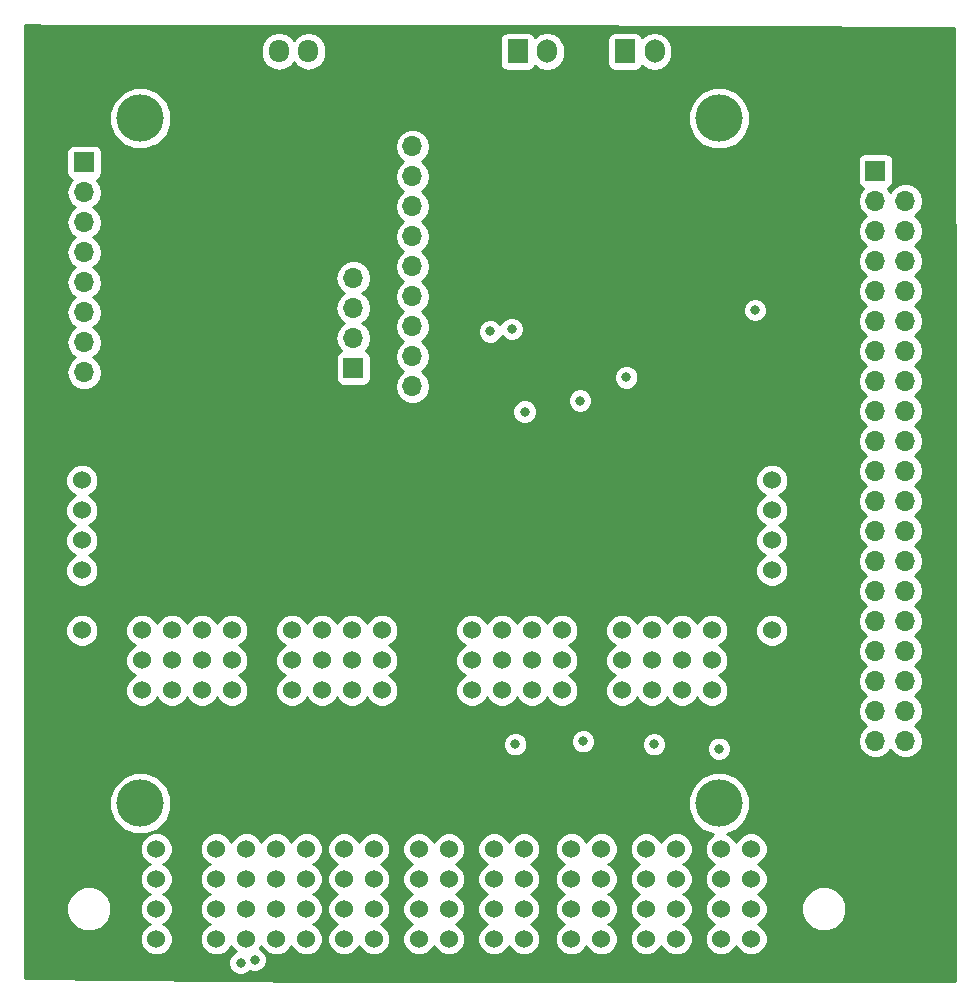
<source format=gbr>
G04 #@! TF.GenerationSoftware,KiCad,Pcbnew,(5.0.0)*
G04 #@! TF.CreationDate,2019-02-22T13:26:14-05:00*
G04 #@! TF.ProjectId,_saved_sensor_suite,5F73617665645F73656E736F725F7375,rev?*
G04 #@! TF.SameCoordinates,Original*
G04 #@! TF.FileFunction,Copper,L2,Inr,Plane*
G04 #@! TF.FilePolarity,Positive*
%FSLAX46Y46*%
G04 Gerber Fmt 4.6, Leading zero omitted, Abs format (unit mm)*
G04 Created by KiCad (PCBNEW (5.0.0)) date 02/22/19 13:26:14*
%MOMM*%
%LPD*%
G01*
G04 APERTURE LIST*
G04 #@! TA.AperFunction,ViaPad*
%ADD10R,1.700000X1.950000*%
G04 #@! TD*
G04 #@! TA.AperFunction,ViaPad*
%ADD11O,1.700000X1.950000*%
G04 #@! TD*
G04 #@! TA.AperFunction,ViaPad*
%ADD12C,4.000000*%
G04 #@! TD*
G04 #@! TA.AperFunction,ViaPad*
%ADD13R,1.700000X1.700000*%
G04 #@! TD*
G04 #@! TA.AperFunction,ViaPad*
%ADD14O,1.700000X1.700000*%
G04 #@! TD*
G04 #@! TA.AperFunction,ViaPad*
%ADD15C,1.524000*%
G04 #@! TD*
G04 #@! TA.AperFunction,ViaPad*
%ADD16O,1.700000X2.000000*%
G04 #@! TD*
G04 #@! TA.AperFunction,ViaPad*
%ADD17R,1.700000X2.000000*%
G04 #@! TD*
G04 #@! TA.AperFunction,ViaPad*
%ADD18C,0.800000*%
G04 #@! TD*
G04 #@! TA.AperFunction,Conductor*
%ADD19C,0.254000*%
G04 #@! TD*
G04 APERTURE END LIST*
D10*
G04 #@! TO.N,+5VP*
G04 #@! TO.C,J7*
X143500000Y-73600000D03*
D11*
G04 #@! TO.N,GNDPWR*
X146000000Y-73600000D03*
G04 #@! TO.N,Net-(J7-Pad3)*
X148500000Y-73600000D03*
G04 #@! TD*
D12*
G04 #@! TO.N,N/C*
G04 #@! TO.C,U2*
X134250000Y-137250000D03*
X183250000Y-137250000D03*
X183250000Y-79250000D03*
X134250000Y-79250000D03*
G04 #@! TD*
D13*
G04 #@! TO.N,+5VP*
G04 #@! TO.C,J8*
X157300000Y-79100000D03*
D14*
G04 #@! TO.N,GNDPWR*
X157300000Y-81640000D03*
G04 #@! TO.N,SCL_iso*
X157300000Y-84180000D03*
G04 #@! TO.N,SDA_iso*
X157300000Y-86720000D03*
G04 #@! TO.N,GNDPWR*
X157300000Y-89260000D03*
G04 #@! TO.N,Net-(J8-Pad6)*
X157300000Y-91800000D03*
G04 #@! TO.N,Net-(J7-Pad3)*
X157300000Y-94340000D03*
G04 #@! TO.N,Net-(J8-Pad8)*
X157300000Y-96880000D03*
G04 #@! TO.N,Net-(J8-Pad9)*
X157300000Y-99420000D03*
G04 #@! TO.N,Net-(J8-Pad10)*
X157300000Y-101960000D03*
G04 #@! TD*
D13*
G04 #@! TO.N,Net-(J6-Pad1)*
G04 #@! TO.C,J6*
X196500000Y-83700000D03*
D14*
G04 #@! TO.N,+5VP*
X199040000Y-83700000D03*
G04 #@! TO.N,SDA_iso*
X196500000Y-86240000D03*
G04 #@! TO.N,Net-(J6-Pad4)*
X199040000Y-86240000D03*
G04 #@! TO.N,SCL_iso*
X196500000Y-88780000D03*
G04 #@! TO.N,GNDPWR*
X199040000Y-88780000D03*
G04 #@! TO.N,Net-(J6-Pad7)*
X196500000Y-91320000D03*
G04 #@! TO.N,Net-(J6-Pad8)*
X199040000Y-91320000D03*
G04 #@! TO.N,Net-(J6-Pad9)*
X196500000Y-93860000D03*
G04 #@! TO.N,Net-(J6-Pad10)*
X199040000Y-93860000D03*
G04 #@! TO.N,/DigitalOutput1*
X196500000Y-96400000D03*
G04 #@! TO.N,Net-(J6-Pad12)*
X199040000Y-96400000D03*
G04 #@! TO.N,/DigitalOutput2*
X196500000Y-98940000D03*
G04 #@! TO.N,Net-(J6-Pad14)*
X199040000Y-98940000D03*
G04 #@! TO.N,Net-(J6-Pad15)*
X196500000Y-101480000D03*
G04 #@! TO.N,Net-(J6-Pad16)*
X199040000Y-101480000D03*
G04 #@! TO.N,Net-(J6-Pad17)*
X196500000Y-104020000D03*
G04 #@! TO.N,Net-(J6-Pad18)*
X199040000Y-104020000D03*
G04 #@! TO.N,Net-(J6-Pad19)*
X196500000Y-106560000D03*
G04 #@! TO.N,Net-(J6-Pad20)*
X199040000Y-106560000D03*
G04 #@! TO.N,Net-(J6-Pad21)*
X196500000Y-109100000D03*
G04 #@! TO.N,Net-(J6-Pad22)*
X199040000Y-109100000D03*
G04 #@! TO.N,Net-(J6-Pad23)*
X196500000Y-111640000D03*
G04 #@! TO.N,Net-(J6-Pad24)*
X199040000Y-111640000D03*
G04 #@! TO.N,Net-(J6-Pad25)*
X196500000Y-114180000D03*
G04 #@! TO.N,Net-(J6-Pad26)*
X199040000Y-114180000D03*
G04 #@! TO.N,Net-(J6-Pad27)*
X196500000Y-116720000D03*
G04 #@! TO.N,Net-(J6-Pad28)*
X199040000Y-116720000D03*
G04 #@! TO.N,DigitalOutput3*
X196500000Y-119260000D03*
G04 #@! TO.N,Net-(J6-Pad30)*
X199040000Y-119260000D03*
G04 #@! TO.N,DigitalOutput4*
X196500000Y-121800000D03*
G04 #@! TO.N,Net-(J6-Pad32)*
X199040000Y-121800000D03*
G04 #@! TO.N,DigitalOutput6*
X196500000Y-124340000D03*
G04 #@! TO.N,Net-(J6-Pad34)*
X199040000Y-124340000D03*
G04 #@! TO.N,DigitalOutput5*
X196500000Y-126880000D03*
G04 #@! TO.N,Net-(J6-Pad36)*
X199040000Y-126880000D03*
G04 #@! TO.N,Net-(J6-Pad37)*
X196500000Y-129420000D03*
G04 #@! TO.N,Net-(J6-Pad38)*
X199040000Y-129420000D03*
G04 #@! TO.N,Net-(J6-Pad39)*
X196500000Y-131960000D03*
G04 #@! TO.N,Net-(J6-Pad40)*
X199040000Y-131960000D03*
G04 #@! TD*
D15*
G04 #@! TO.N,SDA_iso*
G04 #@! TO.C,J2*
X129320000Y-117540000D03*
G04 #@! TO.N,SCL_iso*
X129320000Y-115000000D03*
G04 #@! TO.N,+5VP*
X129320000Y-120080000D03*
G04 #@! TO.N,*
X129320000Y-112460000D03*
G04 #@! TO.N,GNDPWR*
X129320000Y-109920000D03*
G04 #@! TO.N,*
X129320000Y-122620000D03*
G04 #@! TO.N,SDA_iso*
X187740000Y-117540000D03*
G04 #@! TO.N,+5VP*
X187740000Y-120080000D03*
G04 #@! TO.N,SCL_iso*
X187740000Y-115000000D03*
G04 #@! TO.N,*
X187740000Y-112460000D03*
G04 #@! TO.N,GNDPWR*
X187740000Y-109920000D03*
G04 #@! TO.N,*
X187740000Y-122620000D03*
G04 #@! TO.N,GNDPWR*
X134400000Y-127700000D03*
G04 #@! TO.N,*
X134400000Y-125160000D03*
G04 #@! TO.N,PWM_0*
X134400000Y-122620000D03*
G04 #@! TO.N,PWM_1*
X136940000Y-122620000D03*
G04 #@! TO.N,GNDPWR*
X136940000Y-127700000D03*
G04 #@! TO.N,*
X136940000Y-125160000D03*
G04 #@! TO.N,PWM_2*
X139480000Y-122620000D03*
G04 #@! TO.N,GNDPWR*
X139480000Y-127700000D03*
G04 #@! TO.N,*
X139480000Y-125160000D03*
G04 #@! TO.N,PWM_3*
X142020000Y-122620000D03*
G04 #@! TO.N,GNDPWR*
X142020000Y-127700000D03*
G04 #@! TO.N,*
X142020000Y-125160000D03*
G04 #@! TO.N,PWM_4*
X147100000Y-122620000D03*
G04 #@! TO.N,GNDPWR*
X147100000Y-127700000D03*
G04 #@! TO.N,*
X147100000Y-125160000D03*
G04 #@! TO.N,PWM_5*
X149640000Y-122620000D03*
G04 #@! TO.N,GNDPWR*
X149640000Y-127700000D03*
G04 #@! TO.N,*
X149640000Y-125160000D03*
G04 #@! TO.N,PWM_6*
X152180000Y-122620000D03*
G04 #@! TO.N,GNDPWR*
X152180000Y-127700000D03*
G04 #@! TO.N,*
X152180000Y-125160000D03*
G04 #@! TO.N,PWM_7*
X154720000Y-122620000D03*
G04 #@! TO.N,GNDPWR*
X154720000Y-127700000D03*
G04 #@! TO.N,*
X154720000Y-125160000D03*
G04 #@! TO.N,PWM_8*
X162340000Y-122620000D03*
G04 #@! TO.N,GNDPWR*
X162340000Y-127700000D03*
G04 #@! TO.N,*
X162340000Y-125160000D03*
G04 #@! TO.N,PWM_9*
X164880000Y-122620000D03*
G04 #@! TO.N,*
X164880000Y-125160000D03*
G04 #@! TO.N,GNDPWR*
X164880000Y-127700000D03*
G04 #@! TO.N,PWM_10*
X167420000Y-122620000D03*
G04 #@! TO.N,*
X167420000Y-125160000D03*
G04 #@! TO.N,GNDPWR*
X167420000Y-127700000D03*
G04 #@! TO.N,PWM_11*
X169960000Y-122620000D03*
G04 #@! TO.N,*
X169960000Y-125160000D03*
G04 #@! TO.N,GNDPWR*
X169960000Y-127700000D03*
G04 #@! TO.N,PWM_15_*
X182660000Y-122620000D03*
G04 #@! TO.N,GNDPWR*
X182660000Y-127700000D03*
G04 #@! TO.N,*
X182660000Y-125160000D03*
G04 #@! TO.N,PWM_14_*
X180120000Y-122620000D03*
G04 #@! TO.N,*
X180120000Y-125160000D03*
G04 #@! TO.N,GNDPWR*
X180120000Y-127700000D03*
X177580000Y-127700000D03*
G04 #@! TO.N,*
X177580000Y-125160000D03*
G04 #@! TO.N,PWM_13_*
X177580000Y-122620000D03*
G04 #@! TO.N,PWM_12_*
X175040000Y-122620000D03*
G04 #@! TO.N,*
X175040000Y-125160000D03*
G04 #@! TO.N,GNDPWR*
X175040000Y-127700000D03*
G04 #@! TD*
D14*
G04 #@! TO.N,+3V3*
G04 #@! TO.C,J5*
X129500000Y-100780000D03*
X129500000Y-98240000D03*
G04 #@! TO.N,GNDPWR*
X129500000Y-95700000D03*
G04 #@! TO.N,Net-(J5-Pad5)*
X129500000Y-93160000D03*
G04 #@! TO.N,Net-(J5-Pad4)*
X129500000Y-90620000D03*
G04 #@! TO.N,Net-(J5-Pad3)*
X129500000Y-88080000D03*
G04 #@! TO.N,SCL_iso*
X129500000Y-85540000D03*
D13*
G04 #@! TO.N,SDA_iso*
X129500000Y-83000000D03*
G04 #@! TD*
D16*
G04 #@! TO.N,/temp2n*
G04 #@! TO.C,J4*
X168700000Y-73600000D03*
D17*
G04 #@! TO.N,/temp2p*
X166200000Y-73600000D03*
G04 #@! TD*
D16*
G04 #@! TO.N,/temp1n*
G04 #@! TO.C,J3*
X177800000Y-73600000D03*
D17*
G04 #@! TO.N,/temp1p*
X175300000Y-73600000D03*
G04 #@! TD*
D14*
G04 #@! TO.N,GNDPWR*
G04 #@! TO.C,J1*
X152300000Y-92780000D03*
G04 #@! TO.N,SDA_iso*
X152300000Y-95320000D03*
G04 #@! TO.N,SCL_iso*
X152300000Y-97860000D03*
D13*
G04 #@! TO.N,+3V3*
X152300000Y-100400000D03*
G04 #@! TD*
D15*
G04 #@! TO.N,GNDPWR*
G04 #@! TO.C,CN1*
X185970000Y-146200000D03*
X185970000Y-141120000D03*
X183430000Y-146200000D03*
X185970000Y-148740000D03*
X183430000Y-141120000D03*
X183430000Y-143660000D03*
X183430000Y-148740000D03*
X185970000Y-143660000D03*
X179640000Y-148740000D03*
X179640000Y-143660000D03*
X177080000Y-143660000D03*
X177080000Y-146200000D03*
X177080000Y-148740000D03*
X179640000Y-146200000D03*
X177080000Y-141120000D03*
X179640000Y-141120000D03*
X170750000Y-148740000D03*
X173290000Y-143660000D03*
X170750000Y-143660000D03*
X173290000Y-141120000D03*
X173290000Y-146200000D03*
X170750000Y-146200000D03*
X170750000Y-141120000D03*
X173290000Y-148740000D03*
G04 #@! TO.N,Net-(CN1-Pad3)*
X164200000Y-146200000D03*
X164200000Y-141120000D03*
X164200000Y-143660000D03*
X164200000Y-148740000D03*
X166740000Y-146200000D03*
X166740000Y-148740000D03*
X166740000Y-141120000D03*
X166740000Y-143660000D03*
G04 #@! TO.N,Net-(CN1-Pad2)*
X160390000Y-146200000D03*
X160390000Y-141120000D03*
X160390000Y-143660000D03*
X160390000Y-148740000D03*
X157850000Y-141120000D03*
X157850000Y-146200000D03*
X157850000Y-143660000D03*
X157850000Y-148740000D03*
G04 #@! TO.N,PWM_10*
X148330000Y-143660000D03*
G04 #@! TO.N,PWM_12*
X148330000Y-148740000D03*
G04 #@! TO.N,PWM_14*
X148330000Y-146200000D03*
G04 #@! TO.N,PWM_7*
X148330000Y-141120000D03*
G04 #@! TO.N,PWM_11*
X145790000Y-143660000D03*
G04 #@! TO.N,PWM_13*
X145790000Y-148740000D03*
G04 #@! TO.N,PWM_15*
X145790000Y-146200000D03*
G04 #@! TO.N,PWM_6*
X145790000Y-141120000D03*
G04 #@! TO.N,PWM_9*
X143250000Y-143660000D03*
G04 #@! TO.N,/DigitalOutput1*
X143250000Y-148740000D03*
G04 #@! TO.N,/DigitalOutput2*
X143250000Y-146200000D03*
G04 #@! TO.N,PWM_5*
X143250000Y-141120000D03*
G04 #@! TO.N,Net-(CN1-Pad1)*
X151500000Y-148740000D03*
X151500000Y-146200000D03*
X151500000Y-143660000D03*
X154040000Y-148740000D03*
X154040000Y-146200000D03*
X154040000Y-143660000D03*
X154040000Y-141120000D03*
X151500000Y-141120000D03*
G04 #@! TO.N,PWM_0*
X135630000Y-148740000D03*
G04 #@! TO.N,PWM_3*
X140710000Y-148740000D03*
G04 #@! TO.N,+5VP*
X138170000Y-148740000D03*
G04 #@! TO.N,PWM_1*
X135630000Y-146200000D03*
G04 #@! TO.N,+5VP*
X138170000Y-146200000D03*
G04 #@! TO.N,PWM_2*
X140710000Y-146200000D03*
G04 #@! TO.N,SDA_iso*
X135630000Y-143660000D03*
G04 #@! TO.N,+5VP*
X138170000Y-143660000D03*
G04 #@! TO.N,PWM_8*
X140710000Y-143660000D03*
G04 #@! TO.N,PWM_4*
X140710000Y-141120000D03*
G04 #@! TO.N,+5VP*
X138170000Y-141120000D03*
G04 #@! TO.N,SCL_iso*
X135630000Y-141120000D03*
G04 #@! TD*
D18*
G04 #@! TO.N,GNDPWR*
X166800000Y-104100000D03*
X163900000Y-97300000D03*
G04 #@! TO.N,+5VP*
X192750000Y-82750000D03*
X189250000Y-89000000D03*
X167100000Y-107200000D03*
X177750000Y-104250000D03*
G04 #@! TO.N,SCL_iso*
X171492828Y-103157492D03*
X186300000Y-95500000D03*
G04 #@! TO.N,Net-(C3-Pad1)*
X175400000Y-101200000D03*
X165700000Y-97100000D03*
G04 #@! TO.N,/DigitalOutput1*
X143932370Y-150500000D03*
G04 #@! TO.N,/DigitalOutput2*
X142750000Y-150750000D03*
G04 #@! TO.N,DigitalOutput3*
X183250000Y-132650000D03*
G04 #@! TO.N,DigitalOutput4*
X177750000Y-132250000D03*
G04 #@! TO.N,DigitalOutput5*
X171750000Y-132000000D03*
G04 #@! TO.N,DigitalOutput6*
X166000000Y-132250000D03*
G04 #@! TD*
D19*
G04 #@! TO.N,+5VP*
G36*
X125713217Y-71392354D02*
X125927612Y-71435000D01*
X165353660Y-71435000D01*
X203123543Y-71626361D01*
X203265000Y-104484897D01*
X203265001Y-152265000D01*
X149744421Y-152265000D01*
X124526845Y-152073958D01*
X124519136Y-145821072D01*
X128005000Y-145821072D01*
X128005000Y-146578928D01*
X128295019Y-147279096D01*
X128830904Y-147814981D01*
X129531072Y-148105000D01*
X130288928Y-148105000D01*
X130989096Y-147814981D01*
X131524981Y-147279096D01*
X131815000Y-146578928D01*
X131815000Y-145821072D01*
X131524981Y-145120904D01*
X130989096Y-144585019D01*
X130288928Y-144295000D01*
X129531072Y-144295000D01*
X128830904Y-144585019D01*
X128295019Y-145120904D01*
X128005000Y-145821072D01*
X124519136Y-145821072D01*
X124512998Y-140842119D01*
X134233000Y-140842119D01*
X134233000Y-141397881D01*
X134445680Y-141911337D01*
X134838663Y-142304320D01*
X135045513Y-142390000D01*
X134838663Y-142475680D01*
X134445680Y-142868663D01*
X134233000Y-143382119D01*
X134233000Y-143937881D01*
X134445680Y-144451337D01*
X134838663Y-144844320D01*
X135045513Y-144930000D01*
X134838663Y-145015680D01*
X134445680Y-145408663D01*
X134233000Y-145922119D01*
X134233000Y-146477881D01*
X134445680Y-146991337D01*
X134838663Y-147384320D01*
X135045513Y-147470000D01*
X134838663Y-147555680D01*
X134445680Y-147948663D01*
X134233000Y-148462119D01*
X134233000Y-149017881D01*
X134445680Y-149531337D01*
X134838663Y-149924320D01*
X135352119Y-150137000D01*
X135907881Y-150137000D01*
X136421337Y-149924320D01*
X136814320Y-149531337D01*
X137027000Y-149017881D01*
X137027000Y-148462119D01*
X136814320Y-147948663D01*
X136421337Y-147555680D01*
X136214487Y-147470000D01*
X136421337Y-147384320D01*
X136814320Y-146991337D01*
X137027000Y-146477881D01*
X137027000Y-145922119D01*
X136814320Y-145408663D01*
X136421337Y-145015680D01*
X136214487Y-144930000D01*
X136421337Y-144844320D01*
X136814320Y-144451337D01*
X137027000Y-143937881D01*
X137027000Y-143382119D01*
X136814320Y-142868663D01*
X136421337Y-142475680D01*
X136214487Y-142390000D01*
X136421337Y-142304320D01*
X136814320Y-141911337D01*
X137027000Y-141397881D01*
X137027000Y-140842119D01*
X139313000Y-140842119D01*
X139313000Y-141397881D01*
X139525680Y-141911337D01*
X139918663Y-142304320D01*
X140125513Y-142390000D01*
X139918663Y-142475680D01*
X139525680Y-142868663D01*
X139313000Y-143382119D01*
X139313000Y-143937881D01*
X139525680Y-144451337D01*
X139918663Y-144844320D01*
X140125513Y-144930000D01*
X139918663Y-145015680D01*
X139525680Y-145408663D01*
X139313000Y-145922119D01*
X139313000Y-146477881D01*
X139525680Y-146991337D01*
X139918663Y-147384320D01*
X140125513Y-147470000D01*
X139918663Y-147555680D01*
X139525680Y-147948663D01*
X139313000Y-148462119D01*
X139313000Y-149017881D01*
X139525680Y-149531337D01*
X139918663Y-149924320D01*
X140432119Y-150137000D01*
X140987881Y-150137000D01*
X141501337Y-149924320D01*
X141894320Y-149531337D01*
X141980000Y-149324487D01*
X142065680Y-149531337D01*
X142335683Y-149801340D01*
X142163720Y-149872569D01*
X141872569Y-150163720D01*
X141715000Y-150544126D01*
X141715000Y-150955874D01*
X141872569Y-151336280D01*
X142163720Y-151627431D01*
X142544126Y-151785000D01*
X142955874Y-151785000D01*
X143336280Y-151627431D01*
X143515930Y-151447781D01*
X143726496Y-151535000D01*
X144138244Y-151535000D01*
X144518650Y-151377431D01*
X144809801Y-151086280D01*
X144967370Y-150705874D01*
X144967370Y-150294126D01*
X144809801Y-149913720D01*
X144518650Y-149622569D01*
X144394509Y-149571148D01*
X144434320Y-149531337D01*
X144520000Y-149324487D01*
X144605680Y-149531337D01*
X144998663Y-149924320D01*
X145512119Y-150137000D01*
X146067881Y-150137000D01*
X146581337Y-149924320D01*
X146974320Y-149531337D01*
X147060000Y-149324487D01*
X147145680Y-149531337D01*
X147538663Y-149924320D01*
X148052119Y-150137000D01*
X148607881Y-150137000D01*
X149121337Y-149924320D01*
X149514320Y-149531337D01*
X149727000Y-149017881D01*
X149727000Y-148462119D01*
X149514320Y-147948663D01*
X149121337Y-147555680D01*
X148914487Y-147470000D01*
X149121337Y-147384320D01*
X149514320Y-146991337D01*
X149727000Y-146477881D01*
X149727000Y-145922119D01*
X149514320Y-145408663D01*
X149121337Y-145015680D01*
X148914487Y-144930000D01*
X149121337Y-144844320D01*
X149514320Y-144451337D01*
X149727000Y-143937881D01*
X149727000Y-143382119D01*
X149514320Y-142868663D01*
X149121337Y-142475680D01*
X148914487Y-142390000D01*
X149121337Y-142304320D01*
X149514320Y-141911337D01*
X149727000Y-141397881D01*
X149727000Y-140842119D01*
X150103000Y-140842119D01*
X150103000Y-141397881D01*
X150315680Y-141911337D01*
X150708663Y-142304320D01*
X150915513Y-142390000D01*
X150708663Y-142475680D01*
X150315680Y-142868663D01*
X150103000Y-143382119D01*
X150103000Y-143937881D01*
X150315680Y-144451337D01*
X150708663Y-144844320D01*
X150915513Y-144930000D01*
X150708663Y-145015680D01*
X150315680Y-145408663D01*
X150103000Y-145922119D01*
X150103000Y-146477881D01*
X150315680Y-146991337D01*
X150708663Y-147384320D01*
X150915513Y-147470000D01*
X150708663Y-147555680D01*
X150315680Y-147948663D01*
X150103000Y-148462119D01*
X150103000Y-149017881D01*
X150315680Y-149531337D01*
X150708663Y-149924320D01*
X151222119Y-150137000D01*
X151777881Y-150137000D01*
X152291337Y-149924320D01*
X152684320Y-149531337D01*
X152770000Y-149324487D01*
X152855680Y-149531337D01*
X153248663Y-149924320D01*
X153762119Y-150137000D01*
X154317881Y-150137000D01*
X154831337Y-149924320D01*
X155224320Y-149531337D01*
X155437000Y-149017881D01*
X155437000Y-148462119D01*
X155224320Y-147948663D01*
X154831337Y-147555680D01*
X154624487Y-147470000D01*
X154831337Y-147384320D01*
X155224320Y-146991337D01*
X155437000Y-146477881D01*
X155437000Y-145922119D01*
X155224320Y-145408663D01*
X154831337Y-145015680D01*
X154624487Y-144930000D01*
X154831337Y-144844320D01*
X155224320Y-144451337D01*
X155437000Y-143937881D01*
X155437000Y-143382119D01*
X155224320Y-142868663D01*
X154831337Y-142475680D01*
X154624487Y-142390000D01*
X154831337Y-142304320D01*
X155224320Y-141911337D01*
X155437000Y-141397881D01*
X155437000Y-140842119D01*
X156453000Y-140842119D01*
X156453000Y-141397881D01*
X156665680Y-141911337D01*
X157058663Y-142304320D01*
X157265513Y-142390000D01*
X157058663Y-142475680D01*
X156665680Y-142868663D01*
X156453000Y-143382119D01*
X156453000Y-143937881D01*
X156665680Y-144451337D01*
X157058663Y-144844320D01*
X157265513Y-144930000D01*
X157058663Y-145015680D01*
X156665680Y-145408663D01*
X156453000Y-145922119D01*
X156453000Y-146477881D01*
X156665680Y-146991337D01*
X157058663Y-147384320D01*
X157265513Y-147470000D01*
X157058663Y-147555680D01*
X156665680Y-147948663D01*
X156453000Y-148462119D01*
X156453000Y-149017881D01*
X156665680Y-149531337D01*
X157058663Y-149924320D01*
X157572119Y-150137000D01*
X158127881Y-150137000D01*
X158641337Y-149924320D01*
X159034320Y-149531337D01*
X159120000Y-149324487D01*
X159205680Y-149531337D01*
X159598663Y-149924320D01*
X160112119Y-150137000D01*
X160667881Y-150137000D01*
X161181337Y-149924320D01*
X161574320Y-149531337D01*
X161787000Y-149017881D01*
X161787000Y-148462119D01*
X161574320Y-147948663D01*
X161181337Y-147555680D01*
X160974487Y-147470000D01*
X161181337Y-147384320D01*
X161574320Y-146991337D01*
X161787000Y-146477881D01*
X161787000Y-145922119D01*
X161574320Y-145408663D01*
X161181337Y-145015680D01*
X160974487Y-144930000D01*
X161181337Y-144844320D01*
X161574320Y-144451337D01*
X161787000Y-143937881D01*
X161787000Y-143382119D01*
X161574320Y-142868663D01*
X161181337Y-142475680D01*
X160974487Y-142390000D01*
X161181337Y-142304320D01*
X161574320Y-141911337D01*
X161787000Y-141397881D01*
X161787000Y-140842119D01*
X162803000Y-140842119D01*
X162803000Y-141397881D01*
X163015680Y-141911337D01*
X163408663Y-142304320D01*
X163615513Y-142390000D01*
X163408663Y-142475680D01*
X163015680Y-142868663D01*
X162803000Y-143382119D01*
X162803000Y-143937881D01*
X163015680Y-144451337D01*
X163408663Y-144844320D01*
X163615513Y-144930000D01*
X163408663Y-145015680D01*
X163015680Y-145408663D01*
X162803000Y-145922119D01*
X162803000Y-146477881D01*
X163015680Y-146991337D01*
X163408663Y-147384320D01*
X163615513Y-147470000D01*
X163408663Y-147555680D01*
X163015680Y-147948663D01*
X162803000Y-148462119D01*
X162803000Y-149017881D01*
X163015680Y-149531337D01*
X163408663Y-149924320D01*
X163922119Y-150137000D01*
X164477881Y-150137000D01*
X164991337Y-149924320D01*
X165384320Y-149531337D01*
X165470000Y-149324487D01*
X165555680Y-149531337D01*
X165948663Y-149924320D01*
X166462119Y-150137000D01*
X167017881Y-150137000D01*
X167531337Y-149924320D01*
X167924320Y-149531337D01*
X168137000Y-149017881D01*
X168137000Y-148462119D01*
X167924320Y-147948663D01*
X167531337Y-147555680D01*
X167324487Y-147470000D01*
X167531337Y-147384320D01*
X167924320Y-146991337D01*
X168137000Y-146477881D01*
X168137000Y-145922119D01*
X167924320Y-145408663D01*
X167531337Y-145015680D01*
X167324487Y-144930000D01*
X167531337Y-144844320D01*
X167924320Y-144451337D01*
X168137000Y-143937881D01*
X168137000Y-143382119D01*
X167924320Y-142868663D01*
X167531337Y-142475680D01*
X167324487Y-142390000D01*
X167531337Y-142304320D01*
X167924320Y-141911337D01*
X168137000Y-141397881D01*
X168137000Y-140842119D01*
X169353000Y-140842119D01*
X169353000Y-141397881D01*
X169565680Y-141911337D01*
X169958663Y-142304320D01*
X170165513Y-142390000D01*
X169958663Y-142475680D01*
X169565680Y-142868663D01*
X169353000Y-143382119D01*
X169353000Y-143937881D01*
X169565680Y-144451337D01*
X169958663Y-144844320D01*
X170165513Y-144930000D01*
X169958663Y-145015680D01*
X169565680Y-145408663D01*
X169353000Y-145922119D01*
X169353000Y-146477881D01*
X169565680Y-146991337D01*
X169958663Y-147384320D01*
X170165513Y-147470000D01*
X169958663Y-147555680D01*
X169565680Y-147948663D01*
X169353000Y-148462119D01*
X169353000Y-149017881D01*
X169565680Y-149531337D01*
X169958663Y-149924320D01*
X170472119Y-150137000D01*
X171027881Y-150137000D01*
X171541337Y-149924320D01*
X171934320Y-149531337D01*
X172020000Y-149324487D01*
X172105680Y-149531337D01*
X172498663Y-149924320D01*
X173012119Y-150137000D01*
X173567881Y-150137000D01*
X174081337Y-149924320D01*
X174474320Y-149531337D01*
X174687000Y-149017881D01*
X174687000Y-148462119D01*
X174474320Y-147948663D01*
X174081337Y-147555680D01*
X173874487Y-147470000D01*
X174081337Y-147384320D01*
X174474320Y-146991337D01*
X174687000Y-146477881D01*
X174687000Y-145922119D01*
X174474320Y-145408663D01*
X174081337Y-145015680D01*
X173874487Y-144930000D01*
X174081337Y-144844320D01*
X174474320Y-144451337D01*
X174687000Y-143937881D01*
X174687000Y-143382119D01*
X174474320Y-142868663D01*
X174081337Y-142475680D01*
X173874487Y-142390000D01*
X174081337Y-142304320D01*
X174474320Y-141911337D01*
X174687000Y-141397881D01*
X174687000Y-140842119D01*
X175683000Y-140842119D01*
X175683000Y-141397881D01*
X175895680Y-141911337D01*
X176288663Y-142304320D01*
X176495513Y-142390000D01*
X176288663Y-142475680D01*
X175895680Y-142868663D01*
X175683000Y-143382119D01*
X175683000Y-143937881D01*
X175895680Y-144451337D01*
X176288663Y-144844320D01*
X176495513Y-144930000D01*
X176288663Y-145015680D01*
X175895680Y-145408663D01*
X175683000Y-145922119D01*
X175683000Y-146477881D01*
X175895680Y-146991337D01*
X176288663Y-147384320D01*
X176495513Y-147470000D01*
X176288663Y-147555680D01*
X175895680Y-147948663D01*
X175683000Y-148462119D01*
X175683000Y-149017881D01*
X175895680Y-149531337D01*
X176288663Y-149924320D01*
X176802119Y-150137000D01*
X177357881Y-150137000D01*
X177871337Y-149924320D01*
X178264320Y-149531337D01*
X178360000Y-149300345D01*
X178455680Y-149531337D01*
X178848663Y-149924320D01*
X179362119Y-150137000D01*
X179917881Y-150137000D01*
X180431337Y-149924320D01*
X180824320Y-149531337D01*
X181037000Y-149017881D01*
X181037000Y-148462119D01*
X180824320Y-147948663D01*
X180431337Y-147555680D01*
X180224487Y-147470000D01*
X180431337Y-147384320D01*
X180824320Y-146991337D01*
X181037000Y-146477881D01*
X181037000Y-145922119D01*
X180824320Y-145408663D01*
X180431337Y-145015680D01*
X180224487Y-144930000D01*
X180431337Y-144844320D01*
X180824320Y-144451337D01*
X181037000Y-143937881D01*
X181037000Y-143382119D01*
X180824320Y-142868663D01*
X180431337Y-142475680D01*
X180224487Y-142390000D01*
X180431337Y-142304320D01*
X180824320Y-141911337D01*
X181037000Y-141397881D01*
X181037000Y-140842119D01*
X180824320Y-140328663D01*
X180431337Y-139935680D01*
X179917881Y-139723000D01*
X179362119Y-139723000D01*
X178848663Y-139935680D01*
X178455680Y-140328663D01*
X178360000Y-140559655D01*
X178264320Y-140328663D01*
X177871337Y-139935680D01*
X177357881Y-139723000D01*
X176802119Y-139723000D01*
X176288663Y-139935680D01*
X175895680Y-140328663D01*
X175683000Y-140842119D01*
X174687000Y-140842119D01*
X174474320Y-140328663D01*
X174081337Y-139935680D01*
X173567881Y-139723000D01*
X173012119Y-139723000D01*
X172498663Y-139935680D01*
X172105680Y-140328663D01*
X172020000Y-140535513D01*
X171934320Y-140328663D01*
X171541337Y-139935680D01*
X171027881Y-139723000D01*
X170472119Y-139723000D01*
X169958663Y-139935680D01*
X169565680Y-140328663D01*
X169353000Y-140842119D01*
X168137000Y-140842119D01*
X167924320Y-140328663D01*
X167531337Y-139935680D01*
X167017881Y-139723000D01*
X166462119Y-139723000D01*
X165948663Y-139935680D01*
X165555680Y-140328663D01*
X165470000Y-140535513D01*
X165384320Y-140328663D01*
X164991337Y-139935680D01*
X164477881Y-139723000D01*
X163922119Y-139723000D01*
X163408663Y-139935680D01*
X163015680Y-140328663D01*
X162803000Y-140842119D01*
X161787000Y-140842119D01*
X161574320Y-140328663D01*
X161181337Y-139935680D01*
X160667881Y-139723000D01*
X160112119Y-139723000D01*
X159598663Y-139935680D01*
X159205680Y-140328663D01*
X159120000Y-140535513D01*
X159034320Y-140328663D01*
X158641337Y-139935680D01*
X158127881Y-139723000D01*
X157572119Y-139723000D01*
X157058663Y-139935680D01*
X156665680Y-140328663D01*
X156453000Y-140842119D01*
X155437000Y-140842119D01*
X155224320Y-140328663D01*
X154831337Y-139935680D01*
X154317881Y-139723000D01*
X153762119Y-139723000D01*
X153248663Y-139935680D01*
X152855680Y-140328663D01*
X152770000Y-140535513D01*
X152684320Y-140328663D01*
X152291337Y-139935680D01*
X151777881Y-139723000D01*
X151222119Y-139723000D01*
X150708663Y-139935680D01*
X150315680Y-140328663D01*
X150103000Y-140842119D01*
X149727000Y-140842119D01*
X149514320Y-140328663D01*
X149121337Y-139935680D01*
X148607881Y-139723000D01*
X148052119Y-139723000D01*
X147538663Y-139935680D01*
X147145680Y-140328663D01*
X147060000Y-140535513D01*
X146974320Y-140328663D01*
X146581337Y-139935680D01*
X146067881Y-139723000D01*
X145512119Y-139723000D01*
X144998663Y-139935680D01*
X144605680Y-140328663D01*
X144520000Y-140535513D01*
X144434320Y-140328663D01*
X144041337Y-139935680D01*
X143527881Y-139723000D01*
X142972119Y-139723000D01*
X142458663Y-139935680D01*
X142065680Y-140328663D01*
X141980000Y-140535513D01*
X141894320Y-140328663D01*
X141501337Y-139935680D01*
X140987881Y-139723000D01*
X140432119Y-139723000D01*
X139918663Y-139935680D01*
X139525680Y-140328663D01*
X139313000Y-140842119D01*
X137027000Y-140842119D01*
X136814320Y-140328663D01*
X136421337Y-139935680D01*
X135907881Y-139723000D01*
X135352119Y-139723000D01*
X134838663Y-139935680D01*
X134445680Y-140328663D01*
X134233000Y-140842119D01*
X124512998Y-140842119D01*
X124507922Y-136725866D01*
X131615000Y-136725866D01*
X131615000Y-137774134D01*
X132016155Y-138742608D01*
X132757392Y-139483845D01*
X133725866Y-139885000D01*
X134774134Y-139885000D01*
X135742608Y-139483845D01*
X136483845Y-138742608D01*
X136885000Y-137774134D01*
X136885000Y-136725866D01*
X180615000Y-136725866D01*
X180615000Y-137774134D01*
X181016155Y-138742608D01*
X181757392Y-139483845D01*
X182725866Y-139885000D01*
X182761016Y-139885000D01*
X182638663Y-139935680D01*
X182245680Y-140328663D01*
X182033000Y-140842119D01*
X182033000Y-141397881D01*
X182245680Y-141911337D01*
X182638663Y-142304320D01*
X182845513Y-142390000D01*
X182638663Y-142475680D01*
X182245680Y-142868663D01*
X182033000Y-143382119D01*
X182033000Y-143937881D01*
X182245680Y-144451337D01*
X182638663Y-144844320D01*
X182845513Y-144930000D01*
X182638663Y-145015680D01*
X182245680Y-145408663D01*
X182033000Y-145922119D01*
X182033000Y-146477881D01*
X182245680Y-146991337D01*
X182638663Y-147384320D01*
X182845513Y-147470000D01*
X182638663Y-147555680D01*
X182245680Y-147948663D01*
X182033000Y-148462119D01*
X182033000Y-149017881D01*
X182245680Y-149531337D01*
X182638663Y-149924320D01*
X183152119Y-150137000D01*
X183707881Y-150137000D01*
X184221337Y-149924320D01*
X184614320Y-149531337D01*
X184700000Y-149324487D01*
X184785680Y-149531337D01*
X185178663Y-149924320D01*
X185692119Y-150137000D01*
X186247881Y-150137000D01*
X186761337Y-149924320D01*
X187154320Y-149531337D01*
X187367000Y-149017881D01*
X187367000Y-148462119D01*
X187154320Y-147948663D01*
X186761337Y-147555680D01*
X186554487Y-147470000D01*
X186761337Y-147384320D01*
X187154320Y-146991337D01*
X187367000Y-146477881D01*
X187367000Y-145922119D01*
X187325146Y-145821072D01*
X190235000Y-145821072D01*
X190235000Y-146578928D01*
X190525019Y-147279096D01*
X191060904Y-147814981D01*
X191761072Y-148105000D01*
X192518928Y-148105000D01*
X193219096Y-147814981D01*
X193754981Y-147279096D01*
X194045000Y-146578928D01*
X194045000Y-145821072D01*
X193754981Y-145120904D01*
X193219096Y-144585019D01*
X192518928Y-144295000D01*
X191761072Y-144295000D01*
X191060904Y-144585019D01*
X190525019Y-145120904D01*
X190235000Y-145821072D01*
X187325146Y-145821072D01*
X187154320Y-145408663D01*
X186761337Y-145015680D01*
X186554487Y-144930000D01*
X186761337Y-144844320D01*
X187154320Y-144451337D01*
X187367000Y-143937881D01*
X187367000Y-143382119D01*
X187154320Y-142868663D01*
X186761337Y-142475680D01*
X186554487Y-142390000D01*
X186761337Y-142304320D01*
X187154320Y-141911337D01*
X187367000Y-141397881D01*
X187367000Y-140842119D01*
X187154320Y-140328663D01*
X186761337Y-139935680D01*
X186247881Y-139723000D01*
X185692119Y-139723000D01*
X185178663Y-139935680D01*
X184785680Y-140328663D01*
X184700000Y-140535513D01*
X184614320Y-140328663D01*
X184221337Y-139935680D01*
X183936559Y-139817721D01*
X184742608Y-139483845D01*
X185483845Y-138742608D01*
X185885000Y-137774134D01*
X185885000Y-136725866D01*
X185483845Y-135757392D01*
X184742608Y-135016155D01*
X183774134Y-134615000D01*
X182725866Y-134615000D01*
X181757392Y-135016155D01*
X181016155Y-135757392D01*
X180615000Y-136725866D01*
X136885000Y-136725866D01*
X136483845Y-135757392D01*
X135742608Y-135016155D01*
X134774134Y-134615000D01*
X133725866Y-134615000D01*
X132757392Y-135016155D01*
X132016155Y-135757392D01*
X131615000Y-136725866D01*
X124507922Y-136725866D01*
X124502149Y-132044126D01*
X164965000Y-132044126D01*
X164965000Y-132455874D01*
X165122569Y-132836280D01*
X165413720Y-133127431D01*
X165794126Y-133285000D01*
X166205874Y-133285000D01*
X166586280Y-133127431D01*
X166877431Y-132836280D01*
X167035000Y-132455874D01*
X167035000Y-132044126D01*
X166931447Y-131794126D01*
X170715000Y-131794126D01*
X170715000Y-132205874D01*
X170872569Y-132586280D01*
X171163720Y-132877431D01*
X171544126Y-133035000D01*
X171955874Y-133035000D01*
X172336280Y-132877431D01*
X172627431Y-132586280D01*
X172785000Y-132205874D01*
X172785000Y-132044126D01*
X176715000Y-132044126D01*
X176715000Y-132455874D01*
X176872569Y-132836280D01*
X177163720Y-133127431D01*
X177544126Y-133285000D01*
X177955874Y-133285000D01*
X178336280Y-133127431D01*
X178627431Y-132836280D01*
X178785000Y-132455874D01*
X178785000Y-132444126D01*
X182215000Y-132444126D01*
X182215000Y-132855874D01*
X182372569Y-133236280D01*
X182663720Y-133527431D01*
X183044126Y-133685000D01*
X183455874Y-133685000D01*
X183836280Y-133527431D01*
X184127431Y-133236280D01*
X184285000Y-132855874D01*
X184285000Y-132444126D01*
X184127431Y-132063720D01*
X183836280Y-131772569D01*
X183455874Y-131615000D01*
X183044126Y-131615000D01*
X182663720Y-131772569D01*
X182372569Y-132063720D01*
X182215000Y-132444126D01*
X178785000Y-132444126D01*
X178785000Y-132044126D01*
X178627431Y-131663720D01*
X178336280Y-131372569D01*
X177955874Y-131215000D01*
X177544126Y-131215000D01*
X177163720Y-131372569D01*
X176872569Y-131663720D01*
X176715000Y-132044126D01*
X172785000Y-132044126D01*
X172785000Y-131794126D01*
X172627431Y-131413720D01*
X172336280Y-131122569D01*
X171955874Y-130965000D01*
X171544126Y-130965000D01*
X171163720Y-131122569D01*
X170872569Y-131413720D01*
X170715000Y-131794126D01*
X166931447Y-131794126D01*
X166877431Y-131663720D01*
X166586280Y-131372569D01*
X166205874Y-131215000D01*
X165794126Y-131215000D01*
X165413720Y-131372569D01*
X165122569Y-131663720D01*
X164965000Y-132044126D01*
X124502149Y-132044126D01*
X124490185Y-122342119D01*
X127923000Y-122342119D01*
X127923000Y-122897881D01*
X128135680Y-123411337D01*
X128528663Y-123804320D01*
X129042119Y-124017000D01*
X129597881Y-124017000D01*
X130111337Y-123804320D01*
X130504320Y-123411337D01*
X130717000Y-122897881D01*
X130717000Y-122342119D01*
X133003000Y-122342119D01*
X133003000Y-122897881D01*
X133215680Y-123411337D01*
X133608663Y-123804320D01*
X133815513Y-123890000D01*
X133608663Y-123975680D01*
X133215680Y-124368663D01*
X133003000Y-124882119D01*
X133003000Y-125437881D01*
X133215680Y-125951337D01*
X133608663Y-126344320D01*
X133815513Y-126430000D01*
X133608663Y-126515680D01*
X133215680Y-126908663D01*
X133003000Y-127422119D01*
X133003000Y-127977881D01*
X133215680Y-128491337D01*
X133608663Y-128884320D01*
X134122119Y-129097000D01*
X134677881Y-129097000D01*
X135191337Y-128884320D01*
X135584320Y-128491337D01*
X135670000Y-128284487D01*
X135755680Y-128491337D01*
X136148663Y-128884320D01*
X136662119Y-129097000D01*
X137217881Y-129097000D01*
X137731337Y-128884320D01*
X138124320Y-128491337D01*
X138210000Y-128284487D01*
X138295680Y-128491337D01*
X138688663Y-128884320D01*
X139202119Y-129097000D01*
X139757881Y-129097000D01*
X140271337Y-128884320D01*
X140664320Y-128491337D01*
X140750000Y-128284487D01*
X140835680Y-128491337D01*
X141228663Y-128884320D01*
X141742119Y-129097000D01*
X142297881Y-129097000D01*
X142811337Y-128884320D01*
X143204320Y-128491337D01*
X143417000Y-127977881D01*
X143417000Y-127422119D01*
X143204320Y-126908663D01*
X142811337Y-126515680D01*
X142604487Y-126430000D01*
X142811337Y-126344320D01*
X143204320Y-125951337D01*
X143417000Y-125437881D01*
X143417000Y-124882119D01*
X143204320Y-124368663D01*
X142811337Y-123975680D01*
X142604487Y-123890000D01*
X142811337Y-123804320D01*
X143204320Y-123411337D01*
X143417000Y-122897881D01*
X143417000Y-122342119D01*
X145703000Y-122342119D01*
X145703000Y-122897881D01*
X145915680Y-123411337D01*
X146308663Y-123804320D01*
X146515513Y-123890000D01*
X146308663Y-123975680D01*
X145915680Y-124368663D01*
X145703000Y-124882119D01*
X145703000Y-125437881D01*
X145915680Y-125951337D01*
X146308663Y-126344320D01*
X146515513Y-126430000D01*
X146308663Y-126515680D01*
X145915680Y-126908663D01*
X145703000Y-127422119D01*
X145703000Y-127977881D01*
X145915680Y-128491337D01*
X146308663Y-128884320D01*
X146822119Y-129097000D01*
X147377881Y-129097000D01*
X147891337Y-128884320D01*
X148284320Y-128491337D01*
X148370000Y-128284487D01*
X148455680Y-128491337D01*
X148848663Y-128884320D01*
X149362119Y-129097000D01*
X149917881Y-129097000D01*
X150431337Y-128884320D01*
X150824320Y-128491337D01*
X150910000Y-128284487D01*
X150995680Y-128491337D01*
X151388663Y-128884320D01*
X151902119Y-129097000D01*
X152457881Y-129097000D01*
X152971337Y-128884320D01*
X153364320Y-128491337D01*
X153450000Y-128284487D01*
X153535680Y-128491337D01*
X153928663Y-128884320D01*
X154442119Y-129097000D01*
X154997881Y-129097000D01*
X155511337Y-128884320D01*
X155904320Y-128491337D01*
X156117000Y-127977881D01*
X156117000Y-127422119D01*
X155904320Y-126908663D01*
X155511337Y-126515680D01*
X155304487Y-126430000D01*
X155511337Y-126344320D01*
X155904320Y-125951337D01*
X156117000Y-125437881D01*
X156117000Y-124882119D01*
X155904320Y-124368663D01*
X155511337Y-123975680D01*
X155304487Y-123890000D01*
X155511337Y-123804320D01*
X155904320Y-123411337D01*
X156117000Y-122897881D01*
X156117000Y-122342119D01*
X160943000Y-122342119D01*
X160943000Y-122897881D01*
X161155680Y-123411337D01*
X161548663Y-123804320D01*
X161755513Y-123890000D01*
X161548663Y-123975680D01*
X161155680Y-124368663D01*
X160943000Y-124882119D01*
X160943000Y-125437881D01*
X161155680Y-125951337D01*
X161548663Y-126344320D01*
X161755513Y-126430000D01*
X161548663Y-126515680D01*
X161155680Y-126908663D01*
X160943000Y-127422119D01*
X160943000Y-127977881D01*
X161155680Y-128491337D01*
X161548663Y-128884320D01*
X162062119Y-129097000D01*
X162617881Y-129097000D01*
X163131337Y-128884320D01*
X163524320Y-128491337D01*
X163610000Y-128284487D01*
X163695680Y-128491337D01*
X164088663Y-128884320D01*
X164602119Y-129097000D01*
X165157881Y-129097000D01*
X165671337Y-128884320D01*
X166064320Y-128491337D01*
X166150000Y-128284487D01*
X166235680Y-128491337D01*
X166628663Y-128884320D01*
X167142119Y-129097000D01*
X167697881Y-129097000D01*
X168211337Y-128884320D01*
X168604320Y-128491337D01*
X168690000Y-128284487D01*
X168775680Y-128491337D01*
X169168663Y-128884320D01*
X169682119Y-129097000D01*
X170237881Y-129097000D01*
X170751337Y-128884320D01*
X171144320Y-128491337D01*
X171357000Y-127977881D01*
X171357000Y-127422119D01*
X171144320Y-126908663D01*
X170751337Y-126515680D01*
X170544487Y-126430000D01*
X170751337Y-126344320D01*
X171144320Y-125951337D01*
X171357000Y-125437881D01*
X171357000Y-124882119D01*
X171144320Y-124368663D01*
X170751337Y-123975680D01*
X170544487Y-123890000D01*
X170751337Y-123804320D01*
X171144320Y-123411337D01*
X171357000Y-122897881D01*
X171357000Y-122342119D01*
X173643000Y-122342119D01*
X173643000Y-122897881D01*
X173855680Y-123411337D01*
X174248663Y-123804320D01*
X174455513Y-123890000D01*
X174248663Y-123975680D01*
X173855680Y-124368663D01*
X173643000Y-124882119D01*
X173643000Y-125437881D01*
X173855680Y-125951337D01*
X174248663Y-126344320D01*
X174455513Y-126430000D01*
X174248663Y-126515680D01*
X173855680Y-126908663D01*
X173643000Y-127422119D01*
X173643000Y-127977881D01*
X173855680Y-128491337D01*
X174248663Y-128884320D01*
X174762119Y-129097000D01*
X175317881Y-129097000D01*
X175831337Y-128884320D01*
X176224320Y-128491337D01*
X176310000Y-128284487D01*
X176395680Y-128491337D01*
X176788663Y-128884320D01*
X177302119Y-129097000D01*
X177857881Y-129097000D01*
X178371337Y-128884320D01*
X178764320Y-128491337D01*
X178850000Y-128284487D01*
X178935680Y-128491337D01*
X179328663Y-128884320D01*
X179842119Y-129097000D01*
X180397881Y-129097000D01*
X180911337Y-128884320D01*
X181304320Y-128491337D01*
X181390000Y-128284487D01*
X181475680Y-128491337D01*
X181868663Y-128884320D01*
X182382119Y-129097000D01*
X182937881Y-129097000D01*
X183451337Y-128884320D01*
X183844320Y-128491337D01*
X184057000Y-127977881D01*
X184057000Y-127422119D01*
X183844320Y-126908663D01*
X183451337Y-126515680D01*
X183244487Y-126430000D01*
X183451337Y-126344320D01*
X183844320Y-125951337D01*
X184057000Y-125437881D01*
X184057000Y-124882119D01*
X183844320Y-124368663D01*
X183451337Y-123975680D01*
X183244487Y-123890000D01*
X183451337Y-123804320D01*
X183844320Y-123411337D01*
X184057000Y-122897881D01*
X184057000Y-122342119D01*
X186343000Y-122342119D01*
X186343000Y-122897881D01*
X186555680Y-123411337D01*
X186948663Y-123804320D01*
X187462119Y-124017000D01*
X188017881Y-124017000D01*
X188531337Y-123804320D01*
X188924320Y-123411337D01*
X189137000Y-122897881D01*
X189137000Y-122342119D01*
X188924320Y-121828663D01*
X188531337Y-121435680D01*
X188017881Y-121223000D01*
X187462119Y-121223000D01*
X186948663Y-121435680D01*
X186555680Y-121828663D01*
X186343000Y-122342119D01*
X184057000Y-122342119D01*
X183844320Y-121828663D01*
X183451337Y-121435680D01*
X182937881Y-121223000D01*
X182382119Y-121223000D01*
X181868663Y-121435680D01*
X181475680Y-121828663D01*
X181390000Y-122035513D01*
X181304320Y-121828663D01*
X180911337Y-121435680D01*
X180397881Y-121223000D01*
X179842119Y-121223000D01*
X179328663Y-121435680D01*
X178935680Y-121828663D01*
X178850000Y-122035513D01*
X178764320Y-121828663D01*
X178371337Y-121435680D01*
X177857881Y-121223000D01*
X177302119Y-121223000D01*
X176788663Y-121435680D01*
X176395680Y-121828663D01*
X176310000Y-122035513D01*
X176224320Y-121828663D01*
X175831337Y-121435680D01*
X175317881Y-121223000D01*
X174762119Y-121223000D01*
X174248663Y-121435680D01*
X173855680Y-121828663D01*
X173643000Y-122342119D01*
X171357000Y-122342119D01*
X171144320Y-121828663D01*
X170751337Y-121435680D01*
X170237881Y-121223000D01*
X169682119Y-121223000D01*
X169168663Y-121435680D01*
X168775680Y-121828663D01*
X168690000Y-122035513D01*
X168604320Y-121828663D01*
X168211337Y-121435680D01*
X167697881Y-121223000D01*
X167142119Y-121223000D01*
X166628663Y-121435680D01*
X166235680Y-121828663D01*
X166150000Y-122035513D01*
X166064320Y-121828663D01*
X165671337Y-121435680D01*
X165157881Y-121223000D01*
X164602119Y-121223000D01*
X164088663Y-121435680D01*
X163695680Y-121828663D01*
X163610000Y-122035513D01*
X163524320Y-121828663D01*
X163131337Y-121435680D01*
X162617881Y-121223000D01*
X162062119Y-121223000D01*
X161548663Y-121435680D01*
X161155680Y-121828663D01*
X160943000Y-122342119D01*
X156117000Y-122342119D01*
X155904320Y-121828663D01*
X155511337Y-121435680D01*
X154997881Y-121223000D01*
X154442119Y-121223000D01*
X153928663Y-121435680D01*
X153535680Y-121828663D01*
X153450000Y-122035513D01*
X153364320Y-121828663D01*
X152971337Y-121435680D01*
X152457881Y-121223000D01*
X151902119Y-121223000D01*
X151388663Y-121435680D01*
X150995680Y-121828663D01*
X150910000Y-122035513D01*
X150824320Y-121828663D01*
X150431337Y-121435680D01*
X149917881Y-121223000D01*
X149362119Y-121223000D01*
X148848663Y-121435680D01*
X148455680Y-121828663D01*
X148370000Y-122035513D01*
X148284320Y-121828663D01*
X147891337Y-121435680D01*
X147377881Y-121223000D01*
X146822119Y-121223000D01*
X146308663Y-121435680D01*
X145915680Y-121828663D01*
X145703000Y-122342119D01*
X143417000Y-122342119D01*
X143204320Y-121828663D01*
X142811337Y-121435680D01*
X142297881Y-121223000D01*
X141742119Y-121223000D01*
X141228663Y-121435680D01*
X140835680Y-121828663D01*
X140750000Y-122035513D01*
X140664320Y-121828663D01*
X140271337Y-121435680D01*
X139757881Y-121223000D01*
X139202119Y-121223000D01*
X138688663Y-121435680D01*
X138295680Y-121828663D01*
X138210000Y-122035513D01*
X138124320Y-121828663D01*
X137731337Y-121435680D01*
X137217881Y-121223000D01*
X136662119Y-121223000D01*
X136148663Y-121435680D01*
X135755680Y-121828663D01*
X135670000Y-122035513D01*
X135584320Y-121828663D01*
X135191337Y-121435680D01*
X134677881Y-121223000D01*
X134122119Y-121223000D01*
X133608663Y-121435680D01*
X133215680Y-121828663D01*
X133003000Y-122342119D01*
X130717000Y-122342119D01*
X130504320Y-121828663D01*
X130111337Y-121435680D01*
X129597881Y-121223000D01*
X129042119Y-121223000D01*
X128528663Y-121435680D01*
X128135680Y-121828663D01*
X127923000Y-122342119D01*
X124490185Y-122342119D01*
X124485000Y-118137598D01*
X124485000Y-109642119D01*
X127923000Y-109642119D01*
X127923000Y-110197881D01*
X128135680Y-110711337D01*
X128528663Y-111104320D01*
X128735513Y-111190000D01*
X128528663Y-111275680D01*
X128135680Y-111668663D01*
X127923000Y-112182119D01*
X127923000Y-112737881D01*
X128135680Y-113251337D01*
X128528663Y-113644320D01*
X128735513Y-113730000D01*
X128528663Y-113815680D01*
X128135680Y-114208663D01*
X127923000Y-114722119D01*
X127923000Y-115277881D01*
X128135680Y-115791337D01*
X128528663Y-116184320D01*
X128735513Y-116270000D01*
X128528663Y-116355680D01*
X128135680Y-116748663D01*
X127923000Y-117262119D01*
X127923000Y-117817881D01*
X128135680Y-118331337D01*
X128528663Y-118724320D01*
X129042119Y-118937000D01*
X129597881Y-118937000D01*
X130111337Y-118724320D01*
X130504320Y-118331337D01*
X130717000Y-117817881D01*
X130717000Y-117262119D01*
X130504320Y-116748663D01*
X130111337Y-116355680D01*
X129904487Y-116270000D01*
X130111337Y-116184320D01*
X130504320Y-115791337D01*
X130717000Y-115277881D01*
X130717000Y-114722119D01*
X130504320Y-114208663D01*
X130111337Y-113815680D01*
X129904487Y-113730000D01*
X130111337Y-113644320D01*
X130504320Y-113251337D01*
X130717000Y-112737881D01*
X130717000Y-112182119D01*
X130504320Y-111668663D01*
X130111337Y-111275680D01*
X129904487Y-111190000D01*
X130111337Y-111104320D01*
X130504320Y-110711337D01*
X130717000Y-110197881D01*
X130717000Y-109642119D01*
X186343000Y-109642119D01*
X186343000Y-110197881D01*
X186555680Y-110711337D01*
X186948663Y-111104320D01*
X187155513Y-111190000D01*
X186948663Y-111275680D01*
X186555680Y-111668663D01*
X186343000Y-112182119D01*
X186343000Y-112737881D01*
X186555680Y-113251337D01*
X186948663Y-113644320D01*
X187155513Y-113730000D01*
X186948663Y-113815680D01*
X186555680Y-114208663D01*
X186343000Y-114722119D01*
X186343000Y-115277881D01*
X186555680Y-115791337D01*
X186948663Y-116184320D01*
X187155513Y-116270000D01*
X186948663Y-116355680D01*
X186555680Y-116748663D01*
X186343000Y-117262119D01*
X186343000Y-117817881D01*
X186555680Y-118331337D01*
X186948663Y-118724320D01*
X187462119Y-118937000D01*
X188017881Y-118937000D01*
X188531337Y-118724320D01*
X188924320Y-118331337D01*
X189137000Y-117817881D01*
X189137000Y-117262119D01*
X188924320Y-116748663D01*
X188531337Y-116355680D01*
X188324487Y-116270000D01*
X188531337Y-116184320D01*
X188924320Y-115791337D01*
X189137000Y-115277881D01*
X189137000Y-114722119D01*
X188924320Y-114208663D01*
X188531337Y-113815680D01*
X188324487Y-113730000D01*
X188531337Y-113644320D01*
X188924320Y-113251337D01*
X189137000Y-112737881D01*
X189137000Y-112182119D01*
X188924320Y-111668663D01*
X188531337Y-111275680D01*
X188324487Y-111190000D01*
X188531337Y-111104320D01*
X188924320Y-110711337D01*
X189137000Y-110197881D01*
X189137000Y-109642119D01*
X188924320Y-109128663D01*
X188531337Y-108735680D01*
X188017881Y-108523000D01*
X187462119Y-108523000D01*
X186948663Y-108735680D01*
X186555680Y-109128663D01*
X186343000Y-109642119D01*
X130717000Y-109642119D01*
X130504320Y-109128663D01*
X130111337Y-108735680D01*
X129597881Y-108523000D01*
X129042119Y-108523000D01*
X128528663Y-108735680D01*
X128135680Y-109128663D01*
X127923000Y-109642119D01*
X124485000Y-109642119D01*
X124485000Y-103894126D01*
X165765000Y-103894126D01*
X165765000Y-104305874D01*
X165922569Y-104686280D01*
X166213720Y-104977431D01*
X166594126Y-105135000D01*
X167005874Y-105135000D01*
X167386280Y-104977431D01*
X167677431Y-104686280D01*
X167835000Y-104305874D01*
X167835000Y-103894126D01*
X167677431Y-103513720D01*
X167386280Y-103222569D01*
X167005874Y-103065000D01*
X166594126Y-103065000D01*
X166213720Y-103222569D01*
X165922569Y-103513720D01*
X165765000Y-103894126D01*
X124485000Y-103894126D01*
X124485000Y-85540000D01*
X127985908Y-85540000D01*
X128101161Y-86119418D01*
X128429375Y-86610625D01*
X128727761Y-86810000D01*
X128429375Y-87009375D01*
X128101161Y-87500582D01*
X127985908Y-88080000D01*
X128101161Y-88659418D01*
X128429375Y-89150625D01*
X128727761Y-89350000D01*
X128429375Y-89549375D01*
X128101161Y-90040582D01*
X127985908Y-90620000D01*
X128101161Y-91199418D01*
X128429375Y-91690625D01*
X128727761Y-91890000D01*
X128429375Y-92089375D01*
X128101161Y-92580582D01*
X127985908Y-93160000D01*
X128101161Y-93739418D01*
X128429375Y-94230625D01*
X128727761Y-94430000D01*
X128429375Y-94629375D01*
X128101161Y-95120582D01*
X127985908Y-95700000D01*
X128101161Y-96279418D01*
X128429375Y-96770625D01*
X128727761Y-96970000D01*
X128429375Y-97169375D01*
X128101161Y-97660582D01*
X127985908Y-98240000D01*
X128101161Y-98819418D01*
X128429375Y-99310625D01*
X128727761Y-99510000D01*
X128429375Y-99709375D01*
X128101161Y-100200582D01*
X127985908Y-100780000D01*
X128101161Y-101359418D01*
X128429375Y-101850625D01*
X128920582Y-102178839D01*
X129353744Y-102265000D01*
X129646256Y-102265000D01*
X130079418Y-102178839D01*
X130570625Y-101850625D01*
X130898839Y-101359418D01*
X131014092Y-100780000D01*
X130898839Y-100200582D01*
X130570625Y-99709375D01*
X130272239Y-99510000D01*
X130570625Y-99310625D01*
X130898839Y-98819418D01*
X131014092Y-98240000D01*
X130898839Y-97660582D01*
X130570625Y-97169375D01*
X130272239Y-96970000D01*
X130570625Y-96770625D01*
X130898839Y-96279418D01*
X131014092Y-95700000D01*
X130898839Y-95120582D01*
X130570625Y-94629375D01*
X130272239Y-94430000D01*
X130570625Y-94230625D01*
X130898839Y-93739418D01*
X131014092Y-93160000D01*
X130938506Y-92780000D01*
X150785908Y-92780000D01*
X150901161Y-93359418D01*
X151229375Y-93850625D01*
X151527761Y-94050000D01*
X151229375Y-94249375D01*
X150901161Y-94740582D01*
X150785908Y-95320000D01*
X150901161Y-95899418D01*
X151229375Y-96390625D01*
X151527761Y-96590000D01*
X151229375Y-96789375D01*
X150901161Y-97280582D01*
X150785908Y-97860000D01*
X150901161Y-98439418D01*
X151229375Y-98930625D01*
X151247619Y-98942816D01*
X151202235Y-98951843D01*
X150992191Y-99092191D01*
X150851843Y-99302235D01*
X150802560Y-99550000D01*
X150802560Y-101250000D01*
X150851843Y-101497765D01*
X150992191Y-101707809D01*
X151202235Y-101848157D01*
X151450000Y-101897440D01*
X153150000Y-101897440D01*
X153397765Y-101848157D01*
X153607809Y-101707809D01*
X153748157Y-101497765D01*
X153797440Y-101250000D01*
X153797440Y-99550000D01*
X153748157Y-99302235D01*
X153607809Y-99092191D01*
X153397765Y-98951843D01*
X153352381Y-98942816D01*
X153370625Y-98930625D01*
X153698839Y-98439418D01*
X153814092Y-97860000D01*
X153698839Y-97280582D01*
X153370625Y-96789375D01*
X153072239Y-96590000D01*
X153370625Y-96390625D01*
X153698839Y-95899418D01*
X153814092Y-95320000D01*
X153698839Y-94740582D01*
X153370625Y-94249375D01*
X153072239Y-94050000D01*
X153370625Y-93850625D01*
X153698839Y-93359418D01*
X153814092Y-92780000D01*
X153698839Y-92200582D01*
X153370625Y-91709375D01*
X152879418Y-91381161D01*
X152446256Y-91295000D01*
X152153744Y-91295000D01*
X151720582Y-91381161D01*
X151229375Y-91709375D01*
X150901161Y-92200582D01*
X150785908Y-92780000D01*
X130938506Y-92780000D01*
X130898839Y-92580582D01*
X130570625Y-92089375D01*
X130272239Y-91890000D01*
X130570625Y-91690625D01*
X130898839Y-91199418D01*
X131014092Y-90620000D01*
X130898839Y-90040582D01*
X130570625Y-89549375D01*
X130272239Y-89350000D01*
X130570625Y-89150625D01*
X130898839Y-88659418D01*
X131014092Y-88080000D01*
X130898839Y-87500582D01*
X130570625Y-87009375D01*
X130272239Y-86810000D01*
X130570625Y-86610625D01*
X130898839Y-86119418D01*
X131014092Y-85540000D01*
X130898839Y-84960582D01*
X130570625Y-84469375D01*
X130552381Y-84457184D01*
X130597765Y-84448157D01*
X130807809Y-84307809D01*
X130948157Y-84097765D01*
X130997440Y-83850000D01*
X130997440Y-82150000D01*
X130948157Y-81902235D01*
X130807809Y-81692191D01*
X130597765Y-81551843D01*
X130350000Y-81502560D01*
X128650000Y-81502560D01*
X128402235Y-81551843D01*
X128192191Y-81692191D01*
X128051843Y-81902235D01*
X128002560Y-82150000D01*
X128002560Y-83850000D01*
X128051843Y-84097765D01*
X128192191Y-84307809D01*
X128402235Y-84448157D01*
X128447619Y-84457184D01*
X128429375Y-84469375D01*
X128101161Y-84960582D01*
X127985908Y-85540000D01*
X124485000Y-85540000D01*
X124485000Y-78725866D01*
X131615000Y-78725866D01*
X131615000Y-79774134D01*
X132016155Y-80742608D01*
X132757392Y-81483845D01*
X133725866Y-81885000D01*
X134774134Y-81885000D01*
X135365616Y-81640000D01*
X155785908Y-81640000D01*
X155901161Y-82219418D01*
X156229375Y-82710625D01*
X156527761Y-82910000D01*
X156229375Y-83109375D01*
X155901161Y-83600582D01*
X155785908Y-84180000D01*
X155901161Y-84759418D01*
X156229375Y-85250625D01*
X156527761Y-85450000D01*
X156229375Y-85649375D01*
X155901161Y-86140582D01*
X155785908Y-86720000D01*
X155901161Y-87299418D01*
X156229375Y-87790625D01*
X156527761Y-87990000D01*
X156229375Y-88189375D01*
X155901161Y-88680582D01*
X155785908Y-89260000D01*
X155901161Y-89839418D01*
X156229375Y-90330625D01*
X156527761Y-90530000D01*
X156229375Y-90729375D01*
X155901161Y-91220582D01*
X155785908Y-91800000D01*
X155901161Y-92379418D01*
X156229375Y-92870625D01*
X156527761Y-93070000D01*
X156229375Y-93269375D01*
X155901161Y-93760582D01*
X155785908Y-94340000D01*
X155901161Y-94919418D01*
X156229375Y-95410625D01*
X156527761Y-95610000D01*
X156229375Y-95809375D01*
X155901161Y-96300582D01*
X155785908Y-96880000D01*
X155901161Y-97459418D01*
X156229375Y-97950625D01*
X156527761Y-98150000D01*
X156229375Y-98349375D01*
X155901161Y-98840582D01*
X155785908Y-99420000D01*
X155901161Y-99999418D01*
X156229375Y-100490625D01*
X156527761Y-100690000D01*
X156229375Y-100889375D01*
X155901161Y-101380582D01*
X155785908Y-101960000D01*
X155901161Y-102539418D01*
X156229375Y-103030625D01*
X156720582Y-103358839D01*
X157153744Y-103445000D01*
X157446256Y-103445000D01*
X157879418Y-103358839D01*
X158370625Y-103030625D01*
X158423415Y-102951618D01*
X170457828Y-102951618D01*
X170457828Y-103363366D01*
X170615397Y-103743772D01*
X170906548Y-104034923D01*
X171286954Y-104192492D01*
X171698702Y-104192492D01*
X172079108Y-104034923D01*
X172370259Y-103743772D01*
X172527828Y-103363366D01*
X172527828Y-102951618D01*
X172370259Y-102571212D01*
X172079108Y-102280061D01*
X171698702Y-102122492D01*
X171286954Y-102122492D01*
X170906548Y-102280061D01*
X170615397Y-102571212D01*
X170457828Y-102951618D01*
X158423415Y-102951618D01*
X158698839Y-102539418D01*
X158814092Y-101960000D01*
X158698839Y-101380582D01*
X158440618Y-100994126D01*
X174365000Y-100994126D01*
X174365000Y-101405874D01*
X174522569Y-101786280D01*
X174813720Y-102077431D01*
X175194126Y-102235000D01*
X175605874Y-102235000D01*
X175986280Y-102077431D01*
X176277431Y-101786280D01*
X176435000Y-101405874D01*
X176435000Y-100994126D01*
X176277431Y-100613720D01*
X175986280Y-100322569D01*
X175605874Y-100165000D01*
X175194126Y-100165000D01*
X174813720Y-100322569D01*
X174522569Y-100613720D01*
X174365000Y-100994126D01*
X158440618Y-100994126D01*
X158370625Y-100889375D01*
X158072239Y-100690000D01*
X158370625Y-100490625D01*
X158698839Y-99999418D01*
X158814092Y-99420000D01*
X158698839Y-98840582D01*
X158370625Y-98349375D01*
X158072239Y-98150000D01*
X158370625Y-97950625D01*
X158698839Y-97459418D01*
X158771499Y-97094126D01*
X162865000Y-97094126D01*
X162865000Y-97505874D01*
X163022569Y-97886280D01*
X163313720Y-98177431D01*
X163694126Y-98335000D01*
X164105874Y-98335000D01*
X164486280Y-98177431D01*
X164777431Y-97886280D01*
X164849230Y-97712941D01*
X165113720Y-97977431D01*
X165494126Y-98135000D01*
X165905874Y-98135000D01*
X166286280Y-97977431D01*
X166577431Y-97686280D01*
X166735000Y-97305874D01*
X166735000Y-96894126D01*
X166577431Y-96513720D01*
X166286280Y-96222569D01*
X165905874Y-96065000D01*
X165494126Y-96065000D01*
X165113720Y-96222569D01*
X164822569Y-96513720D01*
X164750770Y-96687059D01*
X164486280Y-96422569D01*
X164105874Y-96265000D01*
X163694126Y-96265000D01*
X163313720Y-96422569D01*
X163022569Y-96713720D01*
X162865000Y-97094126D01*
X158771499Y-97094126D01*
X158814092Y-96880000D01*
X158698839Y-96300582D01*
X158370625Y-95809375D01*
X158072239Y-95610000D01*
X158370625Y-95410625D01*
X158448467Y-95294126D01*
X185265000Y-95294126D01*
X185265000Y-95705874D01*
X185422569Y-96086280D01*
X185713720Y-96377431D01*
X186094126Y-96535000D01*
X186505874Y-96535000D01*
X186886280Y-96377431D01*
X187177431Y-96086280D01*
X187335000Y-95705874D01*
X187335000Y-95294126D01*
X187177431Y-94913720D01*
X186886280Y-94622569D01*
X186505874Y-94465000D01*
X186094126Y-94465000D01*
X185713720Y-94622569D01*
X185422569Y-94913720D01*
X185265000Y-95294126D01*
X158448467Y-95294126D01*
X158698839Y-94919418D01*
X158814092Y-94340000D01*
X158698839Y-93760582D01*
X158370625Y-93269375D01*
X158072239Y-93070000D01*
X158370625Y-92870625D01*
X158698839Y-92379418D01*
X158814092Y-91800000D01*
X158698839Y-91220582D01*
X158370625Y-90729375D01*
X158072239Y-90530000D01*
X158370625Y-90330625D01*
X158698839Y-89839418D01*
X158814092Y-89260000D01*
X158698839Y-88680582D01*
X158370625Y-88189375D01*
X158072239Y-87990000D01*
X158370625Y-87790625D01*
X158698839Y-87299418D01*
X158814092Y-86720000D01*
X158718615Y-86240000D01*
X194985908Y-86240000D01*
X195101161Y-86819418D01*
X195429375Y-87310625D01*
X195727761Y-87510000D01*
X195429375Y-87709375D01*
X195101161Y-88200582D01*
X194985908Y-88780000D01*
X195101161Y-89359418D01*
X195429375Y-89850625D01*
X195727761Y-90050000D01*
X195429375Y-90249375D01*
X195101161Y-90740582D01*
X194985908Y-91320000D01*
X195101161Y-91899418D01*
X195429375Y-92390625D01*
X195727761Y-92590000D01*
X195429375Y-92789375D01*
X195101161Y-93280582D01*
X194985908Y-93860000D01*
X195101161Y-94439418D01*
X195429375Y-94930625D01*
X195727761Y-95130000D01*
X195429375Y-95329375D01*
X195101161Y-95820582D01*
X194985908Y-96400000D01*
X195101161Y-96979418D01*
X195429375Y-97470625D01*
X195727761Y-97670000D01*
X195429375Y-97869375D01*
X195101161Y-98360582D01*
X194985908Y-98940000D01*
X195101161Y-99519418D01*
X195429375Y-100010625D01*
X195727761Y-100210000D01*
X195429375Y-100409375D01*
X195101161Y-100900582D01*
X194985908Y-101480000D01*
X195101161Y-102059418D01*
X195429375Y-102550625D01*
X195727761Y-102750000D01*
X195429375Y-102949375D01*
X195101161Y-103440582D01*
X194985908Y-104020000D01*
X195101161Y-104599418D01*
X195429375Y-105090625D01*
X195727761Y-105290000D01*
X195429375Y-105489375D01*
X195101161Y-105980582D01*
X194985908Y-106560000D01*
X195101161Y-107139418D01*
X195429375Y-107630625D01*
X195727761Y-107830000D01*
X195429375Y-108029375D01*
X195101161Y-108520582D01*
X194985908Y-109100000D01*
X195101161Y-109679418D01*
X195429375Y-110170625D01*
X195727761Y-110370000D01*
X195429375Y-110569375D01*
X195101161Y-111060582D01*
X194985908Y-111640000D01*
X195101161Y-112219418D01*
X195429375Y-112710625D01*
X195727761Y-112910000D01*
X195429375Y-113109375D01*
X195101161Y-113600582D01*
X194985908Y-114180000D01*
X195101161Y-114759418D01*
X195429375Y-115250625D01*
X195727761Y-115450000D01*
X195429375Y-115649375D01*
X195101161Y-116140582D01*
X194985908Y-116720000D01*
X195101161Y-117299418D01*
X195429375Y-117790625D01*
X195727761Y-117990000D01*
X195429375Y-118189375D01*
X195101161Y-118680582D01*
X194985908Y-119260000D01*
X195101161Y-119839418D01*
X195429375Y-120330625D01*
X195727761Y-120530000D01*
X195429375Y-120729375D01*
X195101161Y-121220582D01*
X194985908Y-121800000D01*
X195101161Y-122379418D01*
X195429375Y-122870625D01*
X195727761Y-123070000D01*
X195429375Y-123269375D01*
X195101161Y-123760582D01*
X194985908Y-124340000D01*
X195101161Y-124919418D01*
X195429375Y-125410625D01*
X195727761Y-125610000D01*
X195429375Y-125809375D01*
X195101161Y-126300582D01*
X194985908Y-126880000D01*
X195101161Y-127459418D01*
X195429375Y-127950625D01*
X195727761Y-128150000D01*
X195429375Y-128349375D01*
X195101161Y-128840582D01*
X194985908Y-129420000D01*
X195101161Y-129999418D01*
X195429375Y-130490625D01*
X195727761Y-130690000D01*
X195429375Y-130889375D01*
X195101161Y-131380582D01*
X194985908Y-131960000D01*
X195101161Y-132539418D01*
X195429375Y-133030625D01*
X195920582Y-133358839D01*
X196353744Y-133445000D01*
X196646256Y-133445000D01*
X197079418Y-133358839D01*
X197570625Y-133030625D01*
X197770000Y-132732239D01*
X197969375Y-133030625D01*
X198460582Y-133358839D01*
X198893744Y-133445000D01*
X199186256Y-133445000D01*
X199619418Y-133358839D01*
X200110625Y-133030625D01*
X200438839Y-132539418D01*
X200554092Y-131960000D01*
X200438839Y-131380582D01*
X200110625Y-130889375D01*
X199812239Y-130690000D01*
X200110625Y-130490625D01*
X200438839Y-129999418D01*
X200554092Y-129420000D01*
X200438839Y-128840582D01*
X200110625Y-128349375D01*
X199812239Y-128150000D01*
X200110625Y-127950625D01*
X200438839Y-127459418D01*
X200554092Y-126880000D01*
X200438839Y-126300582D01*
X200110625Y-125809375D01*
X199812239Y-125610000D01*
X200110625Y-125410625D01*
X200438839Y-124919418D01*
X200554092Y-124340000D01*
X200438839Y-123760582D01*
X200110625Y-123269375D01*
X199812239Y-123070000D01*
X200110625Y-122870625D01*
X200438839Y-122379418D01*
X200554092Y-121800000D01*
X200438839Y-121220582D01*
X200110625Y-120729375D01*
X199812239Y-120530000D01*
X200110625Y-120330625D01*
X200438839Y-119839418D01*
X200554092Y-119260000D01*
X200438839Y-118680582D01*
X200110625Y-118189375D01*
X199812239Y-117990000D01*
X200110625Y-117790625D01*
X200438839Y-117299418D01*
X200554092Y-116720000D01*
X200438839Y-116140582D01*
X200110625Y-115649375D01*
X199812239Y-115450000D01*
X200110625Y-115250625D01*
X200438839Y-114759418D01*
X200554092Y-114180000D01*
X200438839Y-113600582D01*
X200110625Y-113109375D01*
X199812239Y-112910000D01*
X200110625Y-112710625D01*
X200438839Y-112219418D01*
X200554092Y-111640000D01*
X200438839Y-111060582D01*
X200110625Y-110569375D01*
X199812239Y-110370000D01*
X200110625Y-110170625D01*
X200438839Y-109679418D01*
X200554092Y-109100000D01*
X200438839Y-108520582D01*
X200110625Y-108029375D01*
X199812239Y-107830000D01*
X200110625Y-107630625D01*
X200438839Y-107139418D01*
X200554092Y-106560000D01*
X200438839Y-105980582D01*
X200110625Y-105489375D01*
X199812239Y-105290000D01*
X200110625Y-105090625D01*
X200438839Y-104599418D01*
X200554092Y-104020000D01*
X200438839Y-103440582D01*
X200110625Y-102949375D01*
X199812239Y-102750000D01*
X200110625Y-102550625D01*
X200438839Y-102059418D01*
X200554092Y-101480000D01*
X200438839Y-100900582D01*
X200110625Y-100409375D01*
X199812239Y-100210000D01*
X200110625Y-100010625D01*
X200438839Y-99519418D01*
X200554092Y-98940000D01*
X200438839Y-98360582D01*
X200110625Y-97869375D01*
X199812239Y-97670000D01*
X200110625Y-97470625D01*
X200438839Y-96979418D01*
X200554092Y-96400000D01*
X200438839Y-95820582D01*
X200110625Y-95329375D01*
X199812239Y-95130000D01*
X200110625Y-94930625D01*
X200438839Y-94439418D01*
X200554092Y-93860000D01*
X200438839Y-93280582D01*
X200110625Y-92789375D01*
X199812239Y-92590000D01*
X200110625Y-92390625D01*
X200438839Y-91899418D01*
X200554092Y-91320000D01*
X200438839Y-90740582D01*
X200110625Y-90249375D01*
X199812239Y-90050000D01*
X200110625Y-89850625D01*
X200438839Y-89359418D01*
X200554092Y-88780000D01*
X200438839Y-88200582D01*
X200110625Y-87709375D01*
X199812239Y-87510000D01*
X200110625Y-87310625D01*
X200438839Y-86819418D01*
X200554092Y-86240000D01*
X200438839Y-85660582D01*
X200110625Y-85169375D01*
X199619418Y-84841161D01*
X199186256Y-84755000D01*
X198893744Y-84755000D01*
X198460582Y-84841161D01*
X197969375Y-85169375D01*
X197770000Y-85467761D01*
X197570625Y-85169375D01*
X197552381Y-85157184D01*
X197597765Y-85148157D01*
X197807809Y-85007809D01*
X197948157Y-84797765D01*
X197997440Y-84550000D01*
X197997440Y-82850000D01*
X197948157Y-82602235D01*
X197807809Y-82392191D01*
X197597765Y-82251843D01*
X197350000Y-82202560D01*
X195650000Y-82202560D01*
X195402235Y-82251843D01*
X195192191Y-82392191D01*
X195051843Y-82602235D01*
X195002560Y-82850000D01*
X195002560Y-84550000D01*
X195051843Y-84797765D01*
X195192191Y-85007809D01*
X195402235Y-85148157D01*
X195447619Y-85157184D01*
X195429375Y-85169375D01*
X195101161Y-85660582D01*
X194985908Y-86240000D01*
X158718615Y-86240000D01*
X158698839Y-86140582D01*
X158370625Y-85649375D01*
X158072239Y-85450000D01*
X158370625Y-85250625D01*
X158698839Y-84759418D01*
X158814092Y-84180000D01*
X158698839Y-83600582D01*
X158370625Y-83109375D01*
X158072239Y-82910000D01*
X158370625Y-82710625D01*
X158698839Y-82219418D01*
X158814092Y-81640000D01*
X158698839Y-81060582D01*
X158370625Y-80569375D01*
X157879418Y-80241161D01*
X157446256Y-80155000D01*
X157153744Y-80155000D01*
X156720582Y-80241161D01*
X156229375Y-80569375D01*
X155901161Y-81060582D01*
X155785908Y-81640000D01*
X135365616Y-81640000D01*
X135742608Y-81483845D01*
X136483845Y-80742608D01*
X136885000Y-79774134D01*
X136885000Y-78725866D01*
X180615000Y-78725866D01*
X180615000Y-79774134D01*
X181016155Y-80742608D01*
X181757392Y-81483845D01*
X182725866Y-81885000D01*
X183774134Y-81885000D01*
X184742608Y-81483845D01*
X185483845Y-80742608D01*
X185885000Y-79774134D01*
X185885000Y-78725866D01*
X185483845Y-77757392D01*
X184742608Y-77016155D01*
X183774134Y-76615000D01*
X182725866Y-76615000D01*
X181757392Y-77016155D01*
X181016155Y-77757392D01*
X180615000Y-78725866D01*
X136885000Y-78725866D01*
X136483845Y-77757392D01*
X135742608Y-77016155D01*
X134774134Y-76615000D01*
X133725866Y-76615000D01*
X132757392Y-77016155D01*
X132016155Y-77757392D01*
X131615000Y-78725866D01*
X124485000Y-78725866D01*
X124485000Y-73328745D01*
X144515000Y-73328745D01*
X144515000Y-73871256D01*
X144601161Y-74304418D01*
X144929375Y-74795625D01*
X145420583Y-75123839D01*
X146000000Y-75239092D01*
X146579418Y-75123839D01*
X147070625Y-74795625D01*
X147250000Y-74527171D01*
X147429375Y-74795625D01*
X147920583Y-75123839D01*
X148500000Y-75239092D01*
X149079418Y-75123839D01*
X149570625Y-74795625D01*
X149898839Y-74304417D01*
X149985000Y-73871255D01*
X149985000Y-73328744D01*
X149898839Y-72895582D01*
X149701338Y-72600000D01*
X164702560Y-72600000D01*
X164702560Y-74600000D01*
X164751843Y-74847765D01*
X164892191Y-75057809D01*
X165102235Y-75198157D01*
X165350000Y-75247440D01*
X167050000Y-75247440D01*
X167297765Y-75198157D01*
X167507809Y-75057809D01*
X167648157Y-74847765D01*
X167650719Y-74834886D01*
X168120583Y-75148839D01*
X168700000Y-75264092D01*
X169279418Y-75148839D01*
X169770625Y-74820625D01*
X170098839Y-74329417D01*
X170185000Y-73896255D01*
X170185000Y-73303744D01*
X170098839Y-72870582D01*
X169918042Y-72600000D01*
X173802560Y-72600000D01*
X173802560Y-74600000D01*
X173851843Y-74847765D01*
X173992191Y-75057809D01*
X174202235Y-75198157D01*
X174450000Y-75247440D01*
X176150000Y-75247440D01*
X176397765Y-75198157D01*
X176607809Y-75057809D01*
X176748157Y-74847765D01*
X176750719Y-74834886D01*
X177220583Y-75148839D01*
X177800000Y-75264092D01*
X178379418Y-75148839D01*
X178870625Y-74820625D01*
X179198839Y-74329417D01*
X179285000Y-73896255D01*
X179285000Y-73303744D01*
X179198839Y-72870582D01*
X178870625Y-72379375D01*
X178379417Y-72051161D01*
X177800000Y-71935908D01*
X177220582Y-72051161D01*
X176750719Y-72365114D01*
X176748157Y-72352235D01*
X176607809Y-72142191D01*
X176397765Y-72001843D01*
X176150000Y-71952560D01*
X174450000Y-71952560D01*
X174202235Y-72001843D01*
X173992191Y-72142191D01*
X173851843Y-72352235D01*
X173802560Y-72600000D01*
X169918042Y-72600000D01*
X169770625Y-72379375D01*
X169279417Y-72051161D01*
X168700000Y-71935908D01*
X168120582Y-72051161D01*
X167650719Y-72365114D01*
X167648157Y-72352235D01*
X167507809Y-72142191D01*
X167297765Y-72001843D01*
X167050000Y-71952560D01*
X165350000Y-71952560D01*
X165102235Y-72001843D01*
X164892191Y-72142191D01*
X164751843Y-72352235D01*
X164702560Y-72600000D01*
X149701338Y-72600000D01*
X149570625Y-72404375D01*
X149079417Y-72076161D01*
X148500000Y-71960908D01*
X147920582Y-72076161D01*
X147429375Y-72404375D01*
X147250000Y-72672829D01*
X147070625Y-72404375D01*
X146579417Y-72076161D01*
X146000000Y-71960908D01*
X145420582Y-72076161D01*
X144929375Y-72404375D01*
X144601161Y-72895583D01*
X144515000Y-73328745D01*
X124485000Y-73328745D01*
X124485000Y-71385000D01*
X125702211Y-71385000D01*
X125713217Y-71392354D01*
X125713217Y-71392354D01*
G37*
X125713217Y-71392354D02*
X125927612Y-71435000D01*
X165353660Y-71435000D01*
X203123543Y-71626361D01*
X203265000Y-104484897D01*
X203265001Y-152265000D01*
X149744421Y-152265000D01*
X124526845Y-152073958D01*
X124519136Y-145821072D01*
X128005000Y-145821072D01*
X128005000Y-146578928D01*
X128295019Y-147279096D01*
X128830904Y-147814981D01*
X129531072Y-148105000D01*
X130288928Y-148105000D01*
X130989096Y-147814981D01*
X131524981Y-147279096D01*
X131815000Y-146578928D01*
X131815000Y-145821072D01*
X131524981Y-145120904D01*
X130989096Y-144585019D01*
X130288928Y-144295000D01*
X129531072Y-144295000D01*
X128830904Y-144585019D01*
X128295019Y-145120904D01*
X128005000Y-145821072D01*
X124519136Y-145821072D01*
X124512998Y-140842119D01*
X134233000Y-140842119D01*
X134233000Y-141397881D01*
X134445680Y-141911337D01*
X134838663Y-142304320D01*
X135045513Y-142390000D01*
X134838663Y-142475680D01*
X134445680Y-142868663D01*
X134233000Y-143382119D01*
X134233000Y-143937881D01*
X134445680Y-144451337D01*
X134838663Y-144844320D01*
X135045513Y-144930000D01*
X134838663Y-145015680D01*
X134445680Y-145408663D01*
X134233000Y-145922119D01*
X134233000Y-146477881D01*
X134445680Y-146991337D01*
X134838663Y-147384320D01*
X135045513Y-147470000D01*
X134838663Y-147555680D01*
X134445680Y-147948663D01*
X134233000Y-148462119D01*
X134233000Y-149017881D01*
X134445680Y-149531337D01*
X134838663Y-149924320D01*
X135352119Y-150137000D01*
X135907881Y-150137000D01*
X136421337Y-149924320D01*
X136814320Y-149531337D01*
X137027000Y-149017881D01*
X137027000Y-148462119D01*
X136814320Y-147948663D01*
X136421337Y-147555680D01*
X136214487Y-147470000D01*
X136421337Y-147384320D01*
X136814320Y-146991337D01*
X137027000Y-146477881D01*
X137027000Y-145922119D01*
X136814320Y-145408663D01*
X136421337Y-145015680D01*
X136214487Y-144930000D01*
X136421337Y-144844320D01*
X136814320Y-144451337D01*
X137027000Y-143937881D01*
X137027000Y-143382119D01*
X136814320Y-142868663D01*
X136421337Y-142475680D01*
X136214487Y-142390000D01*
X136421337Y-142304320D01*
X136814320Y-141911337D01*
X137027000Y-141397881D01*
X137027000Y-140842119D01*
X139313000Y-140842119D01*
X139313000Y-141397881D01*
X139525680Y-141911337D01*
X139918663Y-142304320D01*
X140125513Y-142390000D01*
X139918663Y-142475680D01*
X139525680Y-142868663D01*
X139313000Y-143382119D01*
X139313000Y-143937881D01*
X139525680Y-144451337D01*
X139918663Y-144844320D01*
X140125513Y-144930000D01*
X139918663Y-145015680D01*
X139525680Y-145408663D01*
X139313000Y-145922119D01*
X139313000Y-146477881D01*
X139525680Y-146991337D01*
X139918663Y-147384320D01*
X140125513Y-147470000D01*
X139918663Y-147555680D01*
X139525680Y-147948663D01*
X139313000Y-148462119D01*
X139313000Y-149017881D01*
X139525680Y-149531337D01*
X139918663Y-149924320D01*
X140432119Y-150137000D01*
X140987881Y-150137000D01*
X141501337Y-149924320D01*
X141894320Y-149531337D01*
X141980000Y-149324487D01*
X142065680Y-149531337D01*
X142335683Y-149801340D01*
X142163720Y-149872569D01*
X141872569Y-150163720D01*
X141715000Y-150544126D01*
X141715000Y-150955874D01*
X141872569Y-151336280D01*
X142163720Y-151627431D01*
X142544126Y-151785000D01*
X142955874Y-151785000D01*
X143336280Y-151627431D01*
X143515930Y-151447781D01*
X143726496Y-151535000D01*
X144138244Y-151535000D01*
X144518650Y-151377431D01*
X144809801Y-151086280D01*
X144967370Y-150705874D01*
X144967370Y-150294126D01*
X144809801Y-149913720D01*
X144518650Y-149622569D01*
X144394509Y-149571148D01*
X144434320Y-149531337D01*
X144520000Y-149324487D01*
X144605680Y-149531337D01*
X144998663Y-149924320D01*
X145512119Y-150137000D01*
X146067881Y-150137000D01*
X146581337Y-149924320D01*
X146974320Y-149531337D01*
X147060000Y-149324487D01*
X147145680Y-149531337D01*
X147538663Y-149924320D01*
X148052119Y-150137000D01*
X148607881Y-150137000D01*
X149121337Y-149924320D01*
X149514320Y-149531337D01*
X149727000Y-149017881D01*
X149727000Y-148462119D01*
X149514320Y-147948663D01*
X149121337Y-147555680D01*
X148914487Y-147470000D01*
X149121337Y-147384320D01*
X149514320Y-146991337D01*
X149727000Y-146477881D01*
X149727000Y-145922119D01*
X149514320Y-145408663D01*
X149121337Y-145015680D01*
X148914487Y-144930000D01*
X149121337Y-144844320D01*
X149514320Y-144451337D01*
X149727000Y-143937881D01*
X149727000Y-143382119D01*
X149514320Y-142868663D01*
X149121337Y-142475680D01*
X148914487Y-142390000D01*
X149121337Y-142304320D01*
X149514320Y-141911337D01*
X149727000Y-141397881D01*
X149727000Y-140842119D01*
X150103000Y-140842119D01*
X150103000Y-141397881D01*
X150315680Y-141911337D01*
X150708663Y-142304320D01*
X150915513Y-142390000D01*
X150708663Y-142475680D01*
X150315680Y-142868663D01*
X150103000Y-143382119D01*
X150103000Y-143937881D01*
X150315680Y-144451337D01*
X150708663Y-144844320D01*
X150915513Y-144930000D01*
X150708663Y-145015680D01*
X150315680Y-145408663D01*
X150103000Y-145922119D01*
X150103000Y-146477881D01*
X150315680Y-146991337D01*
X150708663Y-147384320D01*
X150915513Y-147470000D01*
X150708663Y-147555680D01*
X150315680Y-147948663D01*
X150103000Y-148462119D01*
X150103000Y-149017881D01*
X150315680Y-149531337D01*
X150708663Y-149924320D01*
X151222119Y-150137000D01*
X151777881Y-150137000D01*
X152291337Y-149924320D01*
X152684320Y-149531337D01*
X152770000Y-149324487D01*
X152855680Y-149531337D01*
X153248663Y-149924320D01*
X153762119Y-150137000D01*
X154317881Y-150137000D01*
X154831337Y-149924320D01*
X155224320Y-149531337D01*
X155437000Y-149017881D01*
X155437000Y-148462119D01*
X155224320Y-147948663D01*
X154831337Y-147555680D01*
X154624487Y-147470000D01*
X154831337Y-147384320D01*
X155224320Y-146991337D01*
X155437000Y-146477881D01*
X155437000Y-145922119D01*
X155224320Y-145408663D01*
X154831337Y-145015680D01*
X154624487Y-144930000D01*
X154831337Y-144844320D01*
X155224320Y-144451337D01*
X155437000Y-143937881D01*
X155437000Y-143382119D01*
X155224320Y-142868663D01*
X154831337Y-142475680D01*
X154624487Y-142390000D01*
X154831337Y-142304320D01*
X155224320Y-141911337D01*
X155437000Y-141397881D01*
X155437000Y-140842119D01*
X156453000Y-140842119D01*
X156453000Y-141397881D01*
X156665680Y-141911337D01*
X157058663Y-142304320D01*
X157265513Y-142390000D01*
X157058663Y-142475680D01*
X156665680Y-142868663D01*
X156453000Y-143382119D01*
X156453000Y-143937881D01*
X156665680Y-144451337D01*
X157058663Y-144844320D01*
X157265513Y-144930000D01*
X157058663Y-145015680D01*
X156665680Y-145408663D01*
X156453000Y-145922119D01*
X156453000Y-146477881D01*
X156665680Y-146991337D01*
X157058663Y-147384320D01*
X157265513Y-147470000D01*
X157058663Y-147555680D01*
X156665680Y-147948663D01*
X156453000Y-148462119D01*
X156453000Y-149017881D01*
X156665680Y-149531337D01*
X157058663Y-149924320D01*
X157572119Y-150137000D01*
X158127881Y-150137000D01*
X158641337Y-149924320D01*
X159034320Y-149531337D01*
X159120000Y-149324487D01*
X159205680Y-149531337D01*
X159598663Y-149924320D01*
X160112119Y-150137000D01*
X160667881Y-150137000D01*
X161181337Y-149924320D01*
X161574320Y-149531337D01*
X161787000Y-149017881D01*
X161787000Y-148462119D01*
X161574320Y-147948663D01*
X161181337Y-147555680D01*
X160974487Y-147470000D01*
X161181337Y-147384320D01*
X161574320Y-146991337D01*
X161787000Y-146477881D01*
X161787000Y-145922119D01*
X161574320Y-145408663D01*
X161181337Y-145015680D01*
X160974487Y-144930000D01*
X161181337Y-144844320D01*
X161574320Y-144451337D01*
X161787000Y-143937881D01*
X161787000Y-143382119D01*
X161574320Y-142868663D01*
X161181337Y-142475680D01*
X160974487Y-142390000D01*
X161181337Y-142304320D01*
X161574320Y-141911337D01*
X161787000Y-141397881D01*
X161787000Y-140842119D01*
X162803000Y-140842119D01*
X162803000Y-141397881D01*
X163015680Y-141911337D01*
X163408663Y-142304320D01*
X163615513Y-142390000D01*
X163408663Y-142475680D01*
X163015680Y-142868663D01*
X162803000Y-143382119D01*
X162803000Y-143937881D01*
X163015680Y-144451337D01*
X163408663Y-144844320D01*
X163615513Y-144930000D01*
X163408663Y-145015680D01*
X163015680Y-145408663D01*
X162803000Y-145922119D01*
X162803000Y-146477881D01*
X163015680Y-146991337D01*
X163408663Y-147384320D01*
X163615513Y-147470000D01*
X163408663Y-147555680D01*
X163015680Y-147948663D01*
X162803000Y-148462119D01*
X162803000Y-149017881D01*
X163015680Y-149531337D01*
X163408663Y-149924320D01*
X163922119Y-150137000D01*
X164477881Y-150137000D01*
X164991337Y-149924320D01*
X165384320Y-149531337D01*
X165470000Y-149324487D01*
X165555680Y-149531337D01*
X165948663Y-149924320D01*
X166462119Y-150137000D01*
X167017881Y-150137000D01*
X167531337Y-149924320D01*
X167924320Y-149531337D01*
X168137000Y-149017881D01*
X168137000Y-148462119D01*
X167924320Y-147948663D01*
X167531337Y-147555680D01*
X167324487Y-147470000D01*
X167531337Y-147384320D01*
X167924320Y-146991337D01*
X168137000Y-146477881D01*
X168137000Y-145922119D01*
X167924320Y-145408663D01*
X167531337Y-145015680D01*
X167324487Y-144930000D01*
X167531337Y-144844320D01*
X167924320Y-144451337D01*
X168137000Y-143937881D01*
X168137000Y-143382119D01*
X167924320Y-142868663D01*
X167531337Y-142475680D01*
X167324487Y-142390000D01*
X167531337Y-142304320D01*
X167924320Y-141911337D01*
X168137000Y-141397881D01*
X168137000Y-140842119D01*
X169353000Y-140842119D01*
X169353000Y-141397881D01*
X169565680Y-141911337D01*
X169958663Y-142304320D01*
X170165513Y-142390000D01*
X169958663Y-142475680D01*
X169565680Y-142868663D01*
X169353000Y-143382119D01*
X169353000Y-143937881D01*
X169565680Y-144451337D01*
X169958663Y-144844320D01*
X170165513Y-144930000D01*
X169958663Y-145015680D01*
X169565680Y-145408663D01*
X169353000Y-145922119D01*
X169353000Y-146477881D01*
X169565680Y-146991337D01*
X169958663Y-147384320D01*
X170165513Y-147470000D01*
X169958663Y-147555680D01*
X169565680Y-147948663D01*
X169353000Y-148462119D01*
X169353000Y-149017881D01*
X169565680Y-149531337D01*
X169958663Y-149924320D01*
X170472119Y-150137000D01*
X171027881Y-150137000D01*
X171541337Y-149924320D01*
X171934320Y-149531337D01*
X172020000Y-149324487D01*
X172105680Y-149531337D01*
X172498663Y-149924320D01*
X173012119Y-150137000D01*
X173567881Y-150137000D01*
X174081337Y-149924320D01*
X174474320Y-149531337D01*
X174687000Y-149017881D01*
X174687000Y-148462119D01*
X174474320Y-147948663D01*
X174081337Y-147555680D01*
X173874487Y-147470000D01*
X174081337Y-147384320D01*
X174474320Y-146991337D01*
X174687000Y-146477881D01*
X174687000Y-145922119D01*
X174474320Y-145408663D01*
X174081337Y-145015680D01*
X173874487Y-144930000D01*
X174081337Y-144844320D01*
X174474320Y-144451337D01*
X174687000Y-143937881D01*
X174687000Y-143382119D01*
X174474320Y-142868663D01*
X174081337Y-142475680D01*
X173874487Y-142390000D01*
X174081337Y-142304320D01*
X174474320Y-141911337D01*
X174687000Y-141397881D01*
X174687000Y-140842119D01*
X175683000Y-140842119D01*
X175683000Y-141397881D01*
X175895680Y-141911337D01*
X176288663Y-142304320D01*
X176495513Y-142390000D01*
X176288663Y-142475680D01*
X175895680Y-142868663D01*
X175683000Y-143382119D01*
X175683000Y-143937881D01*
X175895680Y-144451337D01*
X176288663Y-144844320D01*
X176495513Y-144930000D01*
X176288663Y-145015680D01*
X175895680Y-145408663D01*
X175683000Y-145922119D01*
X175683000Y-146477881D01*
X175895680Y-146991337D01*
X176288663Y-147384320D01*
X176495513Y-147470000D01*
X176288663Y-147555680D01*
X175895680Y-147948663D01*
X175683000Y-148462119D01*
X175683000Y-149017881D01*
X175895680Y-149531337D01*
X176288663Y-149924320D01*
X176802119Y-150137000D01*
X177357881Y-150137000D01*
X177871337Y-149924320D01*
X178264320Y-149531337D01*
X178360000Y-149300345D01*
X178455680Y-149531337D01*
X178848663Y-149924320D01*
X179362119Y-150137000D01*
X179917881Y-150137000D01*
X180431337Y-149924320D01*
X180824320Y-149531337D01*
X181037000Y-149017881D01*
X181037000Y-148462119D01*
X180824320Y-147948663D01*
X180431337Y-147555680D01*
X180224487Y-147470000D01*
X180431337Y-147384320D01*
X180824320Y-146991337D01*
X181037000Y-146477881D01*
X181037000Y-145922119D01*
X180824320Y-145408663D01*
X180431337Y-145015680D01*
X180224487Y-144930000D01*
X180431337Y-144844320D01*
X180824320Y-144451337D01*
X181037000Y-143937881D01*
X181037000Y-143382119D01*
X180824320Y-142868663D01*
X180431337Y-142475680D01*
X180224487Y-142390000D01*
X180431337Y-142304320D01*
X180824320Y-141911337D01*
X181037000Y-141397881D01*
X181037000Y-140842119D01*
X180824320Y-140328663D01*
X180431337Y-139935680D01*
X179917881Y-139723000D01*
X179362119Y-139723000D01*
X178848663Y-139935680D01*
X178455680Y-140328663D01*
X178360000Y-140559655D01*
X178264320Y-140328663D01*
X177871337Y-139935680D01*
X177357881Y-139723000D01*
X176802119Y-139723000D01*
X176288663Y-139935680D01*
X175895680Y-140328663D01*
X175683000Y-140842119D01*
X174687000Y-140842119D01*
X174474320Y-140328663D01*
X174081337Y-139935680D01*
X173567881Y-139723000D01*
X173012119Y-139723000D01*
X172498663Y-139935680D01*
X172105680Y-140328663D01*
X172020000Y-140535513D01*
X171934320Y-140328663D01*
X171541337Y-139935680D01*
X171027881Y-139723000D01*
X170472119Y-139723000D01*
X169958663Y-139935680D01*
X169565680Y-140328663D01*
X169353000Y-140842119D01*
X168137000Y-140842119D01*
X167924320Y-140328663D01*
X167531337Y-139935680D01*
X167017881Y-139723000D01*
X166462119Y-139723000D01*
X165948663Y-139935680D01*
X165555680Y-140328663D01*
X165470000Y-140535513D01*
X165384320Y-140328663D01*
X164991337Y-139935680D01*
X164477881Y-139723000D01*
X163922119Y-139723000D01*
X163408663Y-139935680D01*
X163015680Y-140328663D01*
X162803000Y-140842119D01*
X161787000Y-140842119D01*
X161574320Y-140328663D01*
X161181337Y-139935680D01*
X160667881Y-139723000D01*
X160112119Y-139723000D01*
X159598663Y-139935680D01*
X159205680Y-140328663D01*
X159120000Y-140535513D01*
X159034320Y-140328663D01*
X158641337Y-139935680D01*
X158127881Y-139723000D01*
X157572119Y-139723000D01*
X157058663Y-139935680D01*
X156665680Y-140328663D01*
X156453000Y-140842119D01*
X155437000Y-140842119D01*
X155224320Y-140328663D01*
X154831337Y-139935680D01*
X154317881Y-139723000D01*
X153762119Y-139723000D01*
X153248663Y-139935680D01*
X152855680Y-140328663D01*
X152770000Y-140535513D01*
X152684320Y-140328663D01*
X152291337Y-139935680D01*
X151777881Y-139723000D01*
X151222119Y-139723000D01*
X150708663Y-139935680D01*
X150315680Y-140328663D01*
X150103000Y-140842119D01*
X149727000Y-140842119D01*
X149514320Y-140328663D01*
X149121337Y-139935680D01*
X148607881Y-139723000D01*
X148052119Y-139723000D01*
X147538663Y-139935680D01*
X147145680Y-140328663D01*
X147060000Y-140535513D01*
X146974320Y-140328663D01*
X146581337Y-139935680D01*
X146067881Y-139723000D01*
X145512119Y-139723000D01*
X144998663Y-139935680D01*
X144605680Y-140328663D01*
X144520000Y-140535513D01*
X144434320Y-140328663D01*
X144041337Y-139935680D01*
X143527881Y-139723000D01*
X142972119Y-139723000D01*
X142458663Y-139935680D01*
X142065680Y-140328663D01*
X141980000Y-140535513D01*
X141894320Y-140328663D01*
X141501337Y-139935680D01*
X140987881Y-139723000D01*
X140432119Y-139723000D01*
X139918663Y-139935680D01*
X139525680Y-140328663D01*
X139313000Y-140842119D01*
X137027000Y-140842119D01*
X136814320Y-140328663D01*
X136421337Y-139935680D01*
X135907881Y-139723000D01*
X135352119Y-139723000D01*
X134838663Y-139935680D01*
X134445680Y-140328663D01*
X134233000Y-140842119D01*
X124512998Y-140842119D01*
X124507922Y-136725866D01*
X131615000Y-136725866D01*
X131615000Y-137774134D01*
X132016155Y-138742608D01*
X132757392Y-139483845D01*
X133725866Y-139885000D01*
X134774134Y-139885000D01*
X135742608Y-139483845D01*
X136483845Y-138742608D01*
X136885000Y-137774134D01*
X136885000Y-136725866D01*
X180615000Y-136725866D01*
X180615000Y-137774134D01*
X181016155Y-138742608D01*
X181757392Y-139483845D01*
X182725866Y-139885000D01*
X182761016Y-139885000D01*
X182638663Y-139935680D01*
X182245680Y-140328663D01*
X182033000Y-140842119D01*
X182033000Y-141397881D01*
X182245680Y-141911337D01*
X182638663Y-142304320D01*
X182845513Y-142390000D01*
X182638663Y-142475680D01*
X182245680Y-142868663D01*
X182033000Y-143382119D01*
X182033000Y-143937881D01*
X182245680Y-144451337D01*
X182638663Y-144844320D01*
X182845513Y-144930000D01*
X182638663Y-145015680D01*
X182245680Y-145408663D01*
X182033000Y-145922119D01*
X182033000Y-146477881D01*
X182245680Y-146991337D01*
X182638663Y-147384320D01*
X182845513Y-147470000D01*
X182638663Y-147555680D01*
X182245680Y-147948663D01*
X182033000Y-148462119D01*
X182033000Y-149017881D01*
X182245680Y-149531337D01*
X182638663Y-149924320D01*
X183152119Y-150137000D01*
X183707881Y-150137000D01*
X184221337Y-149924320D01*
X184614320Y-149531337D01*
X184700000Y-149324487D01*
X184785680Y-149531337D01*
X185178663Y-149924320D01*
X185692119Y-150137000D01*
X186247881Y-150137000D01*
X186761337Y-149924320D01*
X187154320Y-149531337D01*
X187367000Y-149017881D01*
X187367000Y-148462119D01*
X187154320Y-147948663D01*
X186761337Y-147555680D01*
X186554487Y-147470000D01*
X186761337Y-147384320D01*
X187154320Y-146991337D01*
X187367000Y-146477881D01*
X187367000Y-145922119D01*
X187325146Y-145821072D01*
X190235000Y-145821072D01*
X190235000Y-146578928D01*
X190525019Y-147279096D01*
X191060904Y-147814981D01*
X191761072Y-148105000D01*
X192518928Y-148105000D01*
X193219096Y-147814981D01*
X193754981Y-147279096D01*
X194045000Y-146578928D01*
X194045000Y-145821072D01*
X193754981Y-145120904D01*
X193219096Y-144585019D01*
X192518928Y-144295000D01*
X191761072Y-144295000D01*
X191060904Y-144585019D01*
X190525019Y-145120904D01*
X190235000Y-145821072D01*
X187325146Y-145821072D01*
X187154320Y-145408663D01*
X186761337Y-145015680D01*
X186554487Y-144930000D01*
X186761337Y-144844320D01*
X187154320Y-144451337D01*
X187367000Y-143937881D01*
X187367000Y-143382119D01*
X187154320Y-142868663D01*
X186761337Y-142475680D01*
X186554487Y-142390000D01*
X186761337Y-142304320D01*
X187154320Y-141911337D01*
X187367000Y-141397881D01*
X187367000Y-140842119D01*
X187154320Y-140328663D01*
X186761337Y-139935680D01*
X186247881Y-139723000D01*
X185692119Y-139723000D01*
X185178663Y-139935680D01*
X184785680Y-140328663D01*
X184700000Y-140535513D01*
X184614320Y-140328663D01*
X184221337Y-139935680D01*
X183936559Y-139817721D01*
X184742608Y-139483845D01*
X185483845Y-138742608D01*
X185885000Y-137774134D01*
X185885000Y-136725866D01*
X185483845Y-135757392D01*
X184742608Y-135016155D01*
X183774134Y-134615000D01*
X182725866Y-134615000D01*
X181757392Y-135016155D01*
X181016155Y-135757392D01*
X180615000Y-136725866D01*
X136885000Y-136725866D01*
X136483845Y-135757392D01*
X135742608Y-135016155D01*
X134774134Y-134615000D01*
X133725866Y-134615000D01*
X132757392Y-135016155D01*
X132016155Y-135757392D01*
X131615000Y-136725866D01*
X124507922Y-136725866D01*
X124502149Y-132044126D01*
X164965000Y-132044126D01*
X164965000Y-132455874D01*
X165122569Y-132836280D01*
X165413720Y-133127431D01*
X165794126Y-133285000D01*
X166205874Y-133285000D01*
X166586280Y-133127431D01*
X166877431Y-132836280D01*
X167035000Y-132455874D01*
X167035000Y-132044126D01*
X166931447Y-131794126D01*
X170715000Y-131794126D01*
X170715000Y-132205874D01*
X170872569Y-132586280D01*
X171163720Y-132877431D01*
X171544126Y-133035000D01*
X171955874Y-133035000D01*
X172336280Y-132877431D01*
X172627431Y-132586280D01*
X172785000Y-132205874D01*
X172785000Y-132044126D01*
X176715000Y-132044126D01*
X176715000Y-132455874D01*
X176872569Y-132836280D01*
X177163720Y-133127431D01*
X177544126Y-133285000D01*
X177955874Y-133285000D01*
X178336280Y-133127431D01*
X178627431Y-132836280D01*
X178785000Y-132455874D01*
X178785000Y-132444126D01*
X182215000Y-132444126D01*
X182215000Y-132855874D01*
X182372569Y-133236280D01*
X182663720Y-133527431D01*
X183044126Y-133685000D01*
X183455874Y-133685000D01*
X183836280Y-133527431D01*
X184127431Y-133236280D01*
X184285000Y-132855874D01*
X184285000Y-132444126D01*
X184127431Y-132063720D01*
X183836280Y-131772569D01*
X183455874Y-131615000D01*
X183044126Y-131615000D01*
X182663720Y-131772569D01*
X182372569Y-132063720D01*
X182215000Y-132444126D01*
X178785000Y-132444126D01*
X178785000Y-132044126D01*
X178627431Y-131663720D01*
X178336280Y-131372569D01*
X177955874Y-131215000D01*
X177544126Y-131215000D01*
X177163720Y-131372569D01*
X176872569Y-131663720D01*
X176715000Y-132044126D01*
X172785000Y-132044126D01*
X172785000Y-131794126D01*
X172627431Y-131413720D01*
X172336280Y-131122569D01*
X171955874Y-130965000D01*
X171544126Y-130965000D01*
X171163720Y-131122569D01*
X170872569Y-131413720D01*
X170715000Y-131794126D01*
X166931447Y-131794126D01*
X166877431Y-131663720D01*
X166586280Y-131372569D01*
X166205874Y-131215000D01*
X165794126Y-131215000D01*
X165413720Y-131372569D01*
X165122569Y-131663720D01*
X164965000Y-132044126D01*
X124502149Y-132044126D01*
X124490185Y-122342119D01*
X127923000Y-122342119D01*
X127923000Y-122897881D01*
X128135680Y-123411337D01*
X128528663Y-123804320D01*
X129042119Y-124017000D01*
X129597881Y-124017000D01*
X130111337Y-123804320D01*
X130504320Y-123411337D01*
X130717000Y-122897881D01*
X130717000Y-122342119D01*
X133003000Y-122342119D01*
X133003000Y-122897881D01*
X133215680Y-123411337D01*
X133608663Y-123804320D01*
X133815513Y-123890000D01*
X133608663Y-123975680D01*
X133215680Y-124368663D01*
X133003000Y-124882119D01*
X133003000Y-125437881D01*
X133215680Y-125951337D01*
X133608663Y-126344320D01*
X133815513Y-126430000D01*
X133608663Y-126515680D01*
X133215680Y-126908663D01*
X133003000Y-127422119D01*
X133003000Y-127977881D01*
X133215680Y-128491337D01*
X133608663Y-128884320D01*
X134122119Y-129097000D01*
X134677881Y-129097000D01*
X135191337Y-128884320D01*
X135584320Y-128491337D01*
X135670000Y-128284487D01*
X135755680Y-128491337D01*
X136148663Y-128884320D01*
X136662119Y-129097000D01*
X137217881Y-129097000D01*
X137731337Y-128884320D01*
X138124320Y-128491337D01*
X138210000Y-128284487D01*
X138295680Y-128491337D01*
X138688663Y-128884320D01*
X139202119Y-129097000D01*
X139757881Y-129097000D01*
X140271337Y-128884320D01*
X140664320Y-128491337D01*
X140750000Y-128284487D01*
X140835680Y-128491337D01*
X141228663Y-128884320D01*
X141742119Y-129097000D01*
X142297881Y-129097000D01*
X142811337Y-128884320D01*
X143204320Y-128491337D01*
X143417000Y-127977881D01*
X143417000Y-127422119D01*
X143204320Y-126908663D01*
X142811337Y-126515680D01*
X142604487Y-126430000D01*
X142811337Y-126344320D01*
X143204320Y-125951337D01*
X143417000Y-125437881D01*
X143417000Y-124882119D01*
X143204320Y-124368663D01*
X142811337Y-123975680D01*
X142604487Y-123890000D01*
X142811337Y-123804320D01*
X143204320Y-123411337D01*
X143417000Y-122897881D01*
X143417000Y-122342119D01*
X145703000Y-122342119D01*
X145703000Y-122897881D01*
X145915680Y-123411337D01*
X146308663Y-123804320D01*
X146515513Y-123890000D01*
X146308663Y-123975680D01*
X145915680Y-124368663D01*
X145703000Y-124882119D01*
X145703000Y-125437881D01*
X145915680Y-125951337D01*
X146308663Y-126344320D01*
X146515513Y-126430000D01*
X146308663Y-126515680D01*
X145915680Y-126908663D01*
X145703000Y-127422119D01*
X145703000Y-127977881D01*
X145915680Y-128491337D01*
X146308663Y-128884320D01*
X146822119Y-129097000D01*
X147377881Y-129097000D01*
X147891337Y-128884320D01*
X148284320Y-128491337D01*
X148370000Y-128284487D01*
X148455680Y-128491337D01*
X148848663Y-128884320D01*
X149362119Y-129097000D01*
X149917881Y-129097000D01*
X150431337Y-128884320D01*
X150824320Y-128491337D01*
X150910000Y-128284487D01*
X150995680Y-128491337D01*
X151388663Y-128884320D01*
X151902119Y-129097000D01*
X152457881Y-129097000D01*
X152971337Y-128884320D01*
X153364320Y-128491337D01*
X153450000Y-128284487D01*
X153535680Y-128491337D01*
X153928663Y-128884320D01*
X154442119Y-129097000D01*
X154997881Y-129097000D01*
X155511337Y-128884320D01*
X155904320Y-128491337D01*
X156117000Y-127977881D01*
X156117000Y-127422119D01*
X155904320Y-126908663D01*
X155511337Y-126515680D01*
X155304487Y-126430000D01*
X155511337Y-126344320D01*
X155904320Y-125951337D01*
X156117000Y-125437881D01*
X156117000Y-124882119D01*
X155904320Y-124368663D01*
X155511337Y-123975680D01*
X155304487Y-123890000D01*
X155511337Y-123804320D01*
X155904320Y-123411337D01*
X156117000Y-122897881D01*
X156117000Y-122342119D01*
X160943000Y-122342119D01*
X160943000Y-122897881D01*
X161155680Y-123411337D01*
X161548663Y-123804320D01*
X161755513Y-123890000D01*
X161548663Y-123975680D01*
X161155680Y-124368663D01*
X160943000Y-124882119D01*
X160943000Y-125437881D01*
X161155680Y-125951337D01*
X161548663Y-126344320D01*
X161755513Y-126430000D01*
X161548663Y-126515680D01*
X161155680Y-126908663D01*
X160943000Y-127422119D01*
X160943000Y-127977881D01*
X161155680Y-128491337D01*
X161548663Y-128884320D01*
X162062119Y-129097000D01*
X162617881Y-129097000D01*
X163131337Y-128884320D01*
X163524320Y-128491337D01*
X163610000Y-128284487D01*
X163695680Y-128491337D01*
X164088663Y-128884320D01*
X164602119Y-129097000D01*
X165157881Y-129097000D01*
X165671337Y-128884320D01*
X166064320Y-128491337D01*
X166150000Y-128284487D01*
X166235680Y-128491337D01*
X166628663Y-128884320D01*
X167142119Y-129097000D01*
X167697881Y-129097000D01*
X168211337Y-128884320D01*
X168604320Y-128491337D01*
X168690000Y-128284487D01*
X168775680Y-128491337D01*
X169168663Y-128884320D01*
X169682119Y-129097000D01*
X170237881Y-129097000D01*
X170751337Y-128884320D01*
X171144320Y-128491337D01*
X171357000Y-127977881D01*
X171357000Y-127422119D01*
X171144320Y-126908663D01*
X170751337Y-126515680D01*
X170544487Y-126430000D01*
X170751337Y-126344320D01*
X171144320Y-125951337D01*
X171357000Y-125437881D01*
X171357000Y-124882119D01*
X171144320Y-124368663D01*
X170751337Y-123975680D01*
X170544487Y-123890000D01*
X170751337Y-123804320D01*
X171144320Y-123411337D01*
X171357000Y-122897881D01*
X171357000Y-122342119D01*
X173643000Y-122342119D01*
X173643000Y-122897881D01*
X173855680Y-123411337D01*
X174248663Y-123804320D01*
X174455513Y-123890000D01*
X174248663Y-123975680D01*
X173855680Y-124368663D01*
X173643000Y-124882119D01*
X173643000Y-125437881D01*
X173855680Y-125951337D01*
X174248663Y-126344320D01*
X174455513Y-126430000D01*
X174248663Y-126515680D01*
X173855680Y-126908663D01*
X173643000Y-127422119D01*
X173643000Y-127977881D01*
X173855680Y-128491337D01*
X174248663Y-128884320D01*
X174762119Y-129097000D01*
X175317881Y-129097000D01*
X175831337Y-128884320D01*
X176224320Y-128491337D01*
X176310000Y-128284487D01*
X176395680Y-128491337D01*
X176788663Y-128884320D01*
X177302119Y-129097000D01*
X177857881Y-129097000D01*
X178371337Y-128884320D01*
X178764320Y-128491337D01*
X178850000Y-128284487D01*
X178935680Y-128491337D01*
X179328663Y-128884320D01*
X179842119Y-129097000D01*
X180397881Y-129097000D01*
X180911337Y-128884320D01*
X181304320Y-128491337D01*
X181390000Y-128284487D01*
X181475680Y-128491337D01*
X181868663Y-128884320D01*
X182382119Y-129097000D01*
X182937881Y-129097000D01*
X183451337Y-128884320D01*
X183844320Y-128491337D01*
X184057000Y-127977881D01*
X184057000Y-127422119D01*
X183844320Y-126908663D01*
X183451337Y-126515680D01*
X183244487Y-126430000D01*
X183451337Y-126344320D01*
X183844320Y-125951337D01*
X184057000Y-125437881D01*
X184057000Y-124882119D01*
X183844320Y-124368663D01*
X183451337Y-123975680D01*
X183244487Y-123890000D01*
X183451337Y-123804320D01*
X183844320Y-123411337D01*
X184057000Y-122897881D01*
X184057000Y-122342119D01*
X186343000Y-122342119D01*
X186343000Y-122897881D01*
X186555680Y-123411337D01*
X186948663Y-123804320D01*
X187462119Y-124017000D01*
X188017881Y-124017000D01*
X188531337Y-123804320D01*
X188924320Y-123411337D01*
X189137000Y-122897881D01*
X189137000Y-122342119D01*
X188924320Y-121828663D01*
X188531337Y-121435680D01*
X188017881Y-121223000D01*
X187462119Y-121223000D01*
X186948663Y-121435680D01*
X186555680Y-121828663D01*
X186343000Y-122342119D01*
X184057000Y-122342119D01*
X183844320Y-121828663D01*
X183451337Y-121435680D01*
X182937881Y-121223000D01*
X182382119Y-121223000D01*
X181868663Y-121435680D01*
X181475680Y-121828663D01*
X181390000Y-122035513D01*
X181304320Y-121828663D01*
X180911337Y-121435680D01*
X180397881Y-121223000D01*
X179842119Y-121223000D01*
X179328663Y-121435680D01*
X178935680Y-121828663D01*
X178850000Y-122035513D01*
X178764320Y-121828663D01*
X178371337Y-121435680D01*
X177857881Y-121223000D01*
X177302119Y-121223000D01*
X176788663Y-121435680D01*
X176395680Y-121828663D01*
X176310000Y-122035513D01*
X176224320Y-121828663D01*
X175831337Y-121435680D01*
X175317881Y-121223000D01*
X174762119Y-121223000D01*
X174248663Y-121435680D01*
X173855680Y-121828663D01*
X173643000Y-122342119D01*
X171357000Y-122342119D01*
X171144320Y-121828663D01*
X170751337Y-121435680D01*
X170237881Y-121223000D01*
X169682119Y-121223000D01*
X169168663Y-121435680D01*
X168775680Y-121828663D01*
X168690000Y-122035513D01*
X168604320Y-121828663D01*
X168211337Y-121435680D01*
X167697881Y-121223000D01*
X167142119Y-121223000D01*
X166628663Y-121435680D01*
X166235680Y-121828663D01*
X166150000Y-122035513D01*
X166064320Y-121828663D01*
X165671337Y-121435680D01*
X165157881Y-121223000D01*
X164602119Y-121223000D01*
X164088663Y-121435680D01*
X163695680Y-121828663D01*
X163610000Y-122035513D01*
X163524320Y-121828663D01*
X163131337Y-121435680D01*
X162617881Y-121223000D01*
X162062119Y-121223000D01*
X161548663Y-121435680D01*
X161155680Y-121828663D01*
X160943000Y-122342119D01*
X156117000Y-122342119D01*
X155904320Y-121828663D01*
X155511337Y-121435680D01*
X154997881Y-121223000D01*
X154442119Y-121223000D01*
X153928663Y-121435680D01*
X153535680Y-121828663D01*
X153450000Y-122035513D01*
X153364320Y-121828663D01*
X152971337Y-121435680D01*
X152457881Y-121223000D01*
X151902119Y-121223000D01*
X151388663Y-121435680D01*
X150995680Y-121828663D01*
X150910000Y-122035513D01*
X150824320Y-121828663D01*
X150431337Y-121435680D01*
X149917881Y-121223000D01*
X149362119Y-121223000D01*
X148848663Y-121435680D01*
X148455680Y-121828663D01*
X148370000Y-122035513D01*
X148284320Y-121828663D01*
X147891337Y-121435680D01*
X147377881Y-121223000D01*
X146822119Y-121223000D01*
X146308663Y-121435680D01*
X145915680Y-121828663D01*
X145703000Y-122342119D01*
X143417000Y-122342119D01*
X143204320Y-121828663D01*
X142811337Y-121435680D01*
X142297881Y-121223000D01*
X141742119Y-121223000D01*
X141228663Y-121435680D01*
X140835680Y-121828663D01*
X140750000Y-122035513D01*
X140664320Y-121828663D01*
X140271337Y-121435680D01*
X139757881Y-121223000D01*
X139202119Y-121223000D01*
X138688663Y-121435680D01*
X138295680Y-121828663D01*
X138210000Y-122035513D01*
X138124320Y-121828663D01*
X137731337Y-121435680D01*
X137217881Y-121223000D01*
X136662119Y-121223000D01*
X136148663Y-121435680D01*
X135755680Y-121828663D01*
X135670000Y-122035513D01*
X135584320Y-121828663D01*
X135191337Y-121435680D01*
X134677881Y-121223000D01*
X134122119Y-121223000D01*
X133608663Y-121435680D01*
X133215680Y-121828663D01*
X133003000Y-122342119D01*
X130717000Y-122342119D01*
X130504320Y-121828663D01*
X130111337Y-121435680D01*
X129597881Y-121223000D01*
X129042119Y-121223000D01*
X128528663Y-121435680D01*
X128135680Y-121828663D01*
X127923000Y-122342119D01*
X124490185Y-122342119D01*
X124485000Y-118137598D01*
X124485000Y-109642119D01*
X127923000Y-109642119D01*
X127923000Y-110197881D01*
X128135680Y-110711337D01*
X128528663Y-111104320D01*
X128735513Y-111190000D01*
X128528663Y-111275680D01*
X128135680Y-111668663D01*
X127923000Y-112182119D01*
X127923000Y-112737881D01*
X128135680Y-113251337D01*
X128528663Y-113644320D01*
X128735513Y-113730000D01*
X128528663Y-113815680D01*
X128135680Y-114208663D01*
X127923000Y-114722119D01*
X127923000Y-115277881D01*
X128135680Y-115791337D01*
X128528663Y-116184320D01*
X128735513Y-116270000D01*
X128528663Y-116355680D01*
X128135680Y-116748663D01*
X127923000Y-117262119D01*
X127923000Y-117817881D01*
X128135680Y-118331337D01*
X128528663Y-118724320D01*
X129042119Y-118937000D01*
X129597881Y-118937000D01*
X130111337Y-118724320D01*
X130504320Y-118331337D01*
X130717000Y-117817881D01*
X130717000Y-117262119D01*
X130504320Y-116748663D01*
X130111337Y-116355680D01*
X129904487Y-116270000D01*
X130111337Y-116184320D01*
X130504320Y-115791337D01*
X130717000Y-115277881D01*
X130717000Y-114722119D01*
X130504320Y-114208663D01*
X130111337Y-113815680D01*
X129904487Y-113730000D01*
X130111337Y-113644320D01*
X130504320Y-113251337D01*
X130717000Y-112737881D01*
X130717000Y-112182119D01*
X130504320Y-111668663D01*
X130111337Y-111275680D01*
X129904487Y-111190000D01*
X130111337Y-111104320D01*
X130504320Y-110711337D01*
X130717000Y-110197881D01*
X130717000Y-109642119D01*
X186343000Y-109642119D01*
X186343000Y-110197881D01*
X186555680Y-110711337D01*
X186948663Y-111104320D01*
X187155513Y-111190000D01*
X186948663Y-111275680D01*
X186555680Y-111668663D01*
X186343000Y-112182119D01*
X186343000Y-112737881D01*
X186555680Y-113251337D01*
X186948663Y-113644320D01*
X187155513Y-113730000D01*
X186948663Y-113815680D01*
X186555680Y-114208663D01*
X186343000Y-114722119D01*
X186343000Y-115277881D01*
X186555680Y-115791337D01*
X186948663Y-116184320D01*
X187155513Y-116270000D01*
X186948663Y-116355680D01*
X186555680Y-116748663D01*
X186343000Y-117262119D01*
X186343000Y-117817881D01*
X186555680Y-118331337D01*
X186948663Y-118724320D01*
X187462119Y-118937000D01*
X188017881Y-118937000D01*
X188531337Y-118724320D01*
X188924320Y-118331337D01*
X189137000Y-117817881D01*
X189137000Y-117262119D01*
X188924320Y-116748663D01*
X188531337Y-116355680D01*
X188324487Y-116270000D01*
X188531337Y-116184320D01*
X188924320Y-115791337D01*
X189137000Y-115277881D01*
X189137000Y-114722119D01*
X188924320Y-114208663D01*
X188531337Y-113815680D01*
X188324487Y-113730000D01*
X188531337Y-113644320D01*
X188924320Y-113251337D01*
X189137000Y-112737881D01*
X189137000Y-112182119D01*
X188924320Y-111668663D01*
X188531337Y-111275680D01*
X188324487Y-111190000D01*
X188531337Y-111104320D01*
X188924320Y-110711337D01*
X189137000Y-110197881D01*
X189137000Y-109642119D01*
X188924320Y-109128663D01*
X188531337Y-108735680D01*
X188017881Y-108523000D01*
X187462119Y-108523000D01*
X186948663Y-108735680D01*
X186555680Y-109128663D01*
X186343000Y-109642119D01*
X130717000Y-109642119D01*
X130504320Y-109128663D01*
X130111337Y-108735680D01*
X129597881Y-108523000D01*
X129042119Y-108523000D01*
X128528663Y-108735680D01*
X128135680Y-109128663D01*
X127923000Y-109642119D01*
X124485000Y-109642119D01*
X124485000Y-103894126D01*
X165765000Y-103894126D01*
X165765000Y-104305874D01*
X165922569Y-104686280D01*
X166213720Y-104977431D01*
X166594126Y-105135000D01*
X167005874Y-105135000D01*
X167386280Y-104977431D01*
X167677431Y-104686280D01*
X167835000Y-104305874D01*
X167835000Y-103894126D01*
X167677431Y-103513720D01*
X167386280Y-103222569D01*
X167005874Y-103065000D01*
X166594126Y-103065000D01*
X166213720Y-103222569D01*
X165922569Y-103513720D01*
X165765000Y-103894126D01*
X124485000Y-103894126D01*
X124485000Y-85540000D01*
X127985908Y-85540000D01*
X128101161Y-86119418D01*
X128429375Y-86610625D01*
X128727761Y-86810000D01*
X128429375Y-87009375D01*
X128101161Y-87500582D01*
X127985908Y-88080000D01*
X128101161Y-88659418D01*
X128429375Y-89150625D01*
X128727761Y-89350000D01*
X128429375Y-89549375D01*
X128101161Y-90040582D01*
X127985908Y-90620000D01*
X128101161Y-91199418D01*
X128429375Y-91690625D01*
X128727761Y-91890000D01*
X128429375Y-92089375D01*
X128101161Y-92580582D01*
X127985908Y-93160000D01*
X128101161Y-93739418D01*
X128429375Y-94230625D01*
X128727761Y-94430000D01*
X128429375Y-94629375D01*
X128101161Y-95120582D01*
X127985908Y-95700000D01*
X128101161Y-96279418D01*
X128429375Y-96770625D01*
X128727761Y-96970000D01*
X128429375Y-97169375D01*
X128101161Y-97660582D01*
X127985908Y-98240000D01*
X128101161Y-98819418D01*
X128429375Y-99310625D01*
X128727761Y-99510000D01*
X128429375Y-99709375D01*
X128101161Y-100200582D01*
X127985908Y-100780000D01*
X128101161Y-101359418D01*
X128429375Y-101850625D01*
X128920582Y-102178839D01*
X129353744Y-102265000D01*
X129646256Y-102265000D01*
X130079418Y-102178839D01*
X130570625Y-101850625D01*
X130898839Y-101359418D01*
X131014092Y-100780000D01*
X130898839Y-100200582D01*
X130570625Y-99709375D01*
X130272239Y-99510000D01*
X130570625Y-99310625D01*
X130898839Y-98819418D01*
X131014092Y-98240000D01*
X130898839Y-97660582D01*
X130570625Y-97169375D01*
X130272239Y-96970000D01*
X130570625Y-96770625D01*
X130898839Y-96279418D01*
X131014092Y-95700000D01*
X130898839Y-95120582D01*
X130570625Y-94629375D01*
X130272239Y-94430000D01*
X130570625Y-94230625D01*
X130898839Y-93739418D01*
X131014092Y-93160000D01*
X130938506Y-92780000D01*
X150785908Y-92780000D01*
X150901161Y-93359418D01*
X151229375Y-93850625D01*
X151527761Y-94050000D01*
X151229375Y-94249375D01*
X150901161Y-94740582D01*
X150785908Y-95320000D01*
X150901161Y-95899418D01*
X151229375Y-96390625D01*
X151527761Y-96590000D01*
X151229375Y-96789375D01*
X150901161Y-97280582D01*
X150785908Y-97860000D01*
X150901161Y-98439418D01*
X151229375Y-98930625D01*
X151247619Y-98942816D01*
X151202235Y-98951843D01*
X150992191Y-99092191D01*
X150851843Y-99302235D01*
X150802560Y-99550000D01*
X150802560Y-101250000D01*
X150851843Y-101497765D01*
X150992191Y-101707809D01*
X151202235Y-101848157D01*
X151450000Y-101897440D01*
X153150000Y-101897440D01*
X153397765Y-101848157D01*
X153607809Y-101707809D01*
X153748157Y-101497765D01*
X153797440Y-101250000D01*
X153797440Y-99550000D01*
X153748157Y-99302235D01*
X153607809Y-99092191D01*
X153397765Y-98951843D01*
X153352381Y-98942816D01*
X153370625Y-98930625D01*
X153698839Y-98439418D01*
X153814092Y-97860000D01*
X153698839Y-97280582D01*
X153370625Y-96789375D01*
X153072239Y-96590000D01*
X153370625Y-96390625D01*
X153698839Y-95899418D01*
X153814092Y-95320000D01*
X153698839Y-94740582D01*
X153370625Y-94249375D01*
X153072239Y-94050000D01*
X153370625Y-93850625D01*
X153698839Y-93359418D01*
X153814092Y-92780000D01*
X153698839Y-92200582D01*
X153370625Y-91709375D01*
X152879418Y-91381161D01*
X152446256Y-91295000D01*
X152153744Y-91295000D01*
X151720582Y-91381161D01*
X151229375Y-91709375D01*
X150901161Y-92200582D01*
X150785908Y-92780000D01*
X130938506Y-92780000D01*
X130898839Y-92580582D01*
X130570625Y-92089375D01*
X130272239Y-91890000D01*
X130570625Y-91690625D01*
X130898839Y-91199418D01*
X131014092Y-90620000D01*
X130898839Y-90040582D01*
X130570625Y-89549375D01*
X130272239Y-89350000D01*
X130570625Y-89150625D01*
X130898839Y-88659418D01*
X131014092Y-88080000D01*
X130898839Y-87500582D01*
X130570625Y-87009375D01*
X130272239Y-86810000D01*
X130570625Y-86610625D01*
X130898839Y-86119418D01*
X131014092Y-85540000D01*
X130898839Y-84960582D01*
X130570625Y-84469375D01*
X130552381Y-84457184D01*
X130597765Y-84448157D01*
X130807809Y-84307809D01*
X130948157Y-84097765D01*
X130997440Y-83850000D01*
X130997440Y-82150000D01*
X130948157Y-81902235D01*
X130807809Y-81692191D01*
X130597765Y-81551843D01*
X130350000Y-81502560D01*
X128650000Y-81502560D01*
X128402235Y-81551843D01*
X128192191Y-81692191D01*
X128051843Y-81902235D01*
X128002560Y-82150000D01*
X128002560Y-83850000D01*
X128051843Y-84097765D01*
X128192191Y-84307809D01*
X128402235Y-84448157D01*
X128447619Y-84457184D01*
X128429375Y-84469375D01*
X128101161Y-84960582D01*
X127985908Y-85540000D01*
X124485000Y-85540000D01*
X124485000Y-78725866D01*
X131615000Y-78725866D01*
X131615000Y-79774134D01*
X132016155Y-80742608D01*
X132757392Y-81483845D01*
X133725866Y-81885000D01*
X134774134Y-81885000D01*
X135365616Y-81640000D01*
X155785908Y-81640000D01*
X155901161Y-82219418D01*
X156229375Y-82710625D01*
X156527761Y-82910000D01*
X156229375Y-83109375D01*
X155901161Y-83600582D01*
X155785908Y-84180000D01*
X155901161Y-84759418D01*
X156229375Y-85250625D01*
X156527761Y-85450000D01*
X156229375Y-85649375D01*
X155901161Y-86140582D01*
X155785908Y-86720000D01*
X155901161Y-87299418D01*
X156229375Y-87790625D01*
X156527761Y-87990000D01*
X156229375Y-88189375D01*
X155901161Y-88680582D01*
X155785908Y-89260000D01*
X155901161Y-89839418D01*
X156229375Y-90330625D01*
X156527761Y-90530000D01*
X156229375Y-90729375D01*
X155901161Y-91220582D01*
X155785908Y-91800000D01*
X155901161Y-92379418D01*
X156229375Y-92870625D01*
X156527761Y-93070000D01*
X156229375Y-93269375D01*
X155901161Y-93760582D01*
X155785908Y-94340000D01*
X155901161Y-94919418D01*
X156229375Y-95410625D01*
X156527761Y-95610000D01*
X156229375Y-95809375D01*
X155901161Y-96300582D01*
X155785908Y-96880000D01*
X155901161Y-97459418D01*
X156229375Y-97950625D01*
X156527761Y-98150000D01*
X156229375Y-98349375D01*
X155901161Y-98840582D01*
X155785908Y-99420000D01*
X155901161Y-99999418D01*
X156229375Y-100490625D01*
X156527761Y-100690000D01*
X156229375Y-100889375D01*
X155901161Y-101380582D01*
X155785908Y-101960000D01*
X155901161Y-102539418D01*
X156229375Y-103030625D01*
X156720582Y-103358839D01*
X157153744Y-103445000D01*
X157446256Y-103445000D01*
X157879418Y-103358839D01*
X158370625Y-103030625D01*
X158423415Y-102951618D01*
X170457828Y-102951618D01*
X170457828Y-103363366D01*
X170615397Y-103743772D01*
X170906548Y-104034923D01*
X171286954Y-104192492D01*
X171698702Y-104192492D01*
X172079108Y-104034923D01*
X172370259Y-103743772D01*
X172527828Y-103363366D01*
X172527828Y-102951618D01*
X172370259Y-102571212D01*
X172079108Y-102280061D01*
X171698702Y-102122492D01*
X171286954Y-102122492D01*
X170906548Y-102280061D01*
X170615397Y-102571212D01*
X170457828Y-102951618D01*
X158423415Y-102951618D01*
X158698839Y-102539418D01*
X158814092Y-101960000D01*
X158698839Y-101380582D01*
X158440618Y-100994126D01*
X174365000Y-100994126D01*
X174365000Y-101405874D01*
X174522569Y-101786280D01*
X174813720Y-102077431D01*
X175194126Y-102235000D01*
X175605874Y-102235000D01*
X175986280Y-102077431D01*
X176277431Y-101786280D01*
X176435000Y-101405874D01*
X176435000Y-100994126D01*
X176277431Y-100613720D01*
X175986280Y-100322569D01*
X175605874Y-100165000D01*
X175194126Y-100165000D01*
X174813720Y-100322569D01*
X174522569Y-100613720D01*
X174365000Y-100994126D01*
X158440618Y-100994126D01*
X158370625Y-100889375D01*
X158072239Y-100690000D01*
X158370625Y-100490625D01*
X158698839Y-99999418D01*
X158814092Y-99420000D01*
X158698839Y-98840582D01*
X158370625Y-98349375D01*
X158072239Y-98150000D01*
X158370625Y-97950625D01*
X158698839Y-97459418D01*
X158771499Y-97094126D01*
X162865000Y-97094126D01*
X162865000Y-97505874D01*
X163022569Y-97886280D01*
X163313720Y-98177431D01*
X163694126Y-98335000D01*
X164105874Y-98335000D01*
X164486280Y-98177431D01*
X164777431Y-97886280D01*
X164849230Y-97712941D01*
X165113720Y-97977431D01*
X165494126Y-98135000D01*
X165905874Y-98135000D01*
X166286280Y-97977431D01*
X166577431Y-97686280D01*
X166735000Y-97305874D01*
X166735000Y-96894126D01*
X166577431Y-96513720D01*
X166286280Y-96222569D01*
X165905874Y-96065000D01*
X165494126Y-96065000D01*
X165113720Y-96222569D01*
X164822569Y-96513720D01*
X164750770Y-96687059D01*
X164486280Y-96422569D01*
X164105874Y-96265000D01*
X163694126Y-96265000D01*
X163313720Y-96422569D01*
X163022569Y-96713720D01*
X162865000Y-97094126D01*
X158771499Y-97094126D01*
X158814092Y-96880000D01*
X158698839Y-96300582D01*
X158370625Y-95809375D01*
X158072239Y-95610000D01*
X158370625Y-95410625D01*
X158448467Y-95294126D01*
X185265000Y-95294126D01*
X185265000Y-95705874D01*
X185422569Y-96086280D01*
X185713720Y-96377431D01*
X186094126Y-96535000D01*
X186505874Y-96535000D01*
X186886280Y-96377431D01*
X187177431Y-96086280D01*
X187335000Y-95705874D01*
X187335000Y-95294126D01*
X187177431Y-94913720D01*
X186886280Y-94622569D01*
X186505874Y-94465000D01*
X186094126Y-94465000D01*
X185713720Y-94622569D01*
X185422569Y-94913720D01*
X185265000Y-95294126D01*
X158448467Y-95294126D01*
X158698839Y-94919418D01*
X158814092Y-94340000D01*
X158698839Y-93760582D01*
X158370625Y-93269375D01*
X158072239Y-93070000D01*
X158370625Y-92870625D01*
X158698839Y-92379418D01*
X158814092Y-91800000D01*
X158698839Y-91220582D01*
X158370625Y-90729375D01*
X158072239Y-90530000D01*
X158370625Y-90330625D01*
X158698839Y-89839418D01*
X158814092Y-89260000D01*
X158698839Y-88680582D01*
X158370625Y-88189375D01*
X158072239Y-87990000D01*
X158370625Y-87790625D01*
X158698839Y-87299418D01*
X158814092Y-86720000D01*
X158718615Y-86240000D01*
X194985908Y-86240000D01*
X195101161Y-86819418D01*
X195429375Y-87310625D01*
X195727761Y-87510000D01*
X195429375Y-87709375D01*
X195101161Y-88200582D01*
X194985908Y-88780000D01*
X195101161Y-89359418D01*
X195429375Y-89850625D01*
X195727761Y-90050000D01*
X195429375Y-90249375D01*
X195101161Y-90740582D01*
X194985908Y-91320000D01*
X195101161Y-91899418D01*
X195429375Y-92390625D01*
X195727761Y-92590000D01*
X195429375Y-92789375D01*
X195101161Y-93280582D01*
X194985908Y-93860000D01*
X195101161Y-94439418D01*
X195429375Y-94930625D01*
X195727761Y-95130000D01*
X195429375Y-95329375D01*
X195101161Y-95820582D01*
X194985908Y-96400000D01*
X195101161Y-96979418D01*
X195429375Y-97470625D01*
X195727761Y-97670000D01*
X195429375Y-97869375D01*
X195101161Y-98360582D01*
X194985908Y-98940000D01*
X195101161Y-99519418D01*
X195429375Y-100010625D01*
X195727761Y-100210000D01*
X195429375Y-100409375D01*
X195101161Y-100900582D01*
X194985908Y-101480000D01*
X195101161Y-102059418D01*
X195429375Y-102550625D01*
X195727761Y-102750000D01*
X195429375Y-102949375D01*
X195101161Y-103440582D01*
X194985908Y-104020000D01*
X195101161Y-104599418D01*
X195429375Y-105090625D01*
X195727761Y-105290000D01*
X195429375Y-105489375D01*
X195101161Y-105980582D01*
X194985908Y-106560000D01*
X195101161Y-107139418D01*
X195429375Y-107630625D01*
X195727761Y-107830000D01*
X195429375Y-108029375D01*
X195101161Y-108520582D01*
X194985908Y-109100000D01*
X195101161Y-109679418D01*
X195429375Y-110170625D01*
X195727761Y-110370000D01*
X195429375Y-110569375D01*
X195101161Y-111060582D01*
X194985908Y-111640000D01*
X195101161Y-112219418D01*
X195429375Y-112710625D01*
X195727761Y-112910000D01*
X195429375Y-113109375D01*
X195101161Y-113600582D01*
X194985908Y-114180000D01*
X195101161Y-114759418D01*
X195429375Y-115250625D01*
X195727761Y-115450000D01*
X195429375Y-115649375D01*
X195101161Y-116140582D01*
X194985908Y-116720000D01*
X195101161Y-117299418D01*
X195429375Y-117790625D01*
X195727761Y-117990000D01*
X195429375Y-118189375D01*
X195101161Y-118680582D01*
X194985908Y-119260000D01*
X195101161Y-119839418D01*
X195429375Y-120330625D01*
X195727761Y-120530000D01*
X195429375Y-120729375D01*
X195101161Y-121220582D01*
X194985908Y-121800000D01*
X195101161Y-122379418D01*
X195429375Y-122870625D01*
X195727761Y-123070000D01*
X195429375Y-123269375D01*
X195101161Y-123760582D01*
X194985908Y-124340000D01*
X195101161Y-124919418D01*
X195429375Y-125410625D01*
X195727761Y-125610000D01*
X195429375Y-125809375D01*
X195101161Y-126300582D01*
X194985908Y-126880000D01*
X195101161Y-127459418D01*
X195429375Y-127950625D01*
X195727761Y-128150000D01*
X195429375Y-128349375D01*
X195101161Y-128840582D01*
X194985908Y-129420000D01*
X195101161Y-129999418D01*
X195429375Y-130490625D01*
X195727761Y-130690000D01*
X195429375Y-130889375D01*
X195101161Y-131380582D01*
X194985908Y-131960000D01*
X195101161Y-132539418D01*
X195429375Y-133030625D01*
X195920582Y-133358839D01*
X196353744Y-133445000D01*
X196646256Y-133445000D01*
X197079418Y-133358839D01*
X197570625Y-133030625D01*
X197770000Y-132732239D01*
X197969375Y-133030625D01*
X198460582Y-133358839D01*
X198893744Y-133445000D01*
X199186256Y-133445000D01*
X199619418Y-133358839D01*
X200110625Y-133030625D01*
X200438839Y-132539418D01*
X200554092Y-131960000D01*
X200438839Y-131380582D01*
X200110625Y-130889375D01*
X199812239Y-130690000D01*
X200110625Y-130490625D01*
X200438839Y-129999418D01*
X200554092Y-129420000D01*
X200438839Y-128840582D01*
X200110625Y-128349375D01*
X199812239Y-128150000D01*
X200110625Y-127950625D01*
X200438839Y-127459418D01*
X200554092Y-126880000D01*
X200438839Y-126300582D01*
X200110625Y-125809375D01*
X199812239Y-125610000D01*
X200110625Y-125410625D01*
X200438839Y-124919418D01*
X200554092Y-124340000D01*
X200438839Y-123760582D01*
X200110625Y-123269375D01*
X199812239Y-123070000D01*
X200110625Y-122870625D01*
X200438839Y-122379418D01*
X200554092Y-121800000D01*
X200438839Y-121220582D01*
X200110625Y-120729375D01*
X199812239Y-120530000D01*
X200110625Y-120330625D01*
X200438839Y-119839418D01*
X200554092Y-119260000D01*
X200438839Y-118680582D01*
X200110625Y-118189375D01*
X199812239Y-117990000D01*
X200110625Y-117790625D01*
X200438839Y-117299418D01*
X200554092Y-116720000D01*
X200438839Y-116140582D01*
X200110625Y-115649375D01*
X199812239Y-115450000D01*
X200110625Y-115250625D01*
X200438839Y-114759418D01*
X200554092Y-114180000D01*
X200438839Y-113600582D01*
X200110625Y-113109375D01*
X199812239Y-112910000D01*
X200110625Y-112710625D01*
X200438839Y-112219418D01*
X200554092Y-111640000D01*
X200438839Y-111060582D01*
X200110625Y-110569375D01*
X199812239Y-110370000D01*
X200110625Y-110170625D01*
X200438839Y-109679418D01*
X200554092Y-109100000D01*
X200438839Y-108520582D01*
X200110625Y-108029375D01*
X199812239Y-107830000D01*
X200110625Y-107630625D01*
X200438839Y-107139418D01*
X200554092Y-106560000D01*
X200438839Y-105980582D01*
X200110625Y-105489375D01*
X199812239Y-105290000D01*
X200110625Y-105090625D01*
X200438839Y-104599418D01*
X200554092Y-104020000D01*
X200438839Y-103440582D01*
X200110625Y-102949375D01*
X199812239Y-102750000D01*
X200110625Y-102550625D01*
X200438839Y-102059418D01*
X200554092Y-101480000D01*
X200438839Y-100900582D01*
X200110625Y-100409375D01*
X199812239Y-100210000D01*
X200110625Y-100010625D01*
X200438839Y-99519418D01*
X200554092Y-98940000D01*
X200438839Y-98360582D01*
X200110625Y-97869375D01*
X199812239Y-97670000D01*
X200110625Y-97470625D01*
X200438839Y-96979418D01*
X200554092Y-96400000D01*
X200438839Y-95820582D01*
X200110625Y-95329375D01*
X199812239Y-95130000D01*
X200110625Y-94930625D01*
X200438839Y-94439418D01*
X200554092Y-93860000D01*
X200438839Y-93280582D01*
X200110625Y-92789375D01*
X199812239Y-92590000D01*
X200110625Y-92390625D01*
X200438839Y-91899418D01*
X200554092Y-91320000D01*
X200438839Y-90740582D01*
X200110625Y-90249375D01*
X199812239Y-90050000D01*
X200110625Y-89850625D01*
X200438839Y-89359418D01*
X200554092Y-88780000D01*
X200438839Y-88200582D01*
X200110625Y-87709375D01*
X199812239Y-87510000D01*
X200110625Y-87310625D01*
X200438839Y-86819418D01*
X200554092Y-86240000D01*
X200438839Y-85660582D01*
X200110625Y-85169375D01*
X199619418Y-84841161D01*
X199186256Y-84755000D01*
X198893744Y-84755000D01*
X198460582Y-84841161D01*
X197969375Y-85169375D01*
X197770000Y-85467761D01*
X197570625Y-85169375D01*
X197552381Y-85157184D01*
X197597765Y-85148157D01*
X197807809Y-85007809D01*
X197948157Y-84797765D01*
X197997440Y-84550000D01*
X197997440Y-82850000D01*
X197948157Y-82602235D01*
X197807809Y-82392191D01*
X197597765Y-82251843D01*
X197350000Y-82202560D01*
X195650000Y-82202560D01*
X195402235Y-82251843D01*
X195192191Y-82392191D01*
X195051843Y-82602235D01*
X195002560Y-82850000D01*
X195002560Y-84550000D01*
X195051843Y-84797765D01*
X195192191Y-85007809D01*
X195402235Y-85148157D01*
X195447619Y-85157184D01*
X195429375Y-85169375D01*
X195101161Y-85660582D01*
X194985908Y-86240000D01*
X158718615Y-86240000D01*
X158698839Y-86140582D01*
X158370625Y-85649375D01*
X158072239Y-85450000D01*
X158370625Y-85250625D01*
X158698839Y-84759418D01*
X158814092Y-84180000D01*
X158698839Y-83600582D01*
X158370625Y-83109375D01*
X158072239Y-82910000D01*
X158370625Y-82710625D01*
X158698839Y-82219418D01*
X158814092Y-81640000D01*
X158698839Y-81060582D01*
X158370625Y-80569375D01*
X157879418Y-80241161D01*
X157446256Y-80155000D01*
X157153744Y-80155000D01*
X156720582Y-80241161D01*
X156229375Y-80569375D01*
X155901161Y-81060582D01*
X155785908Y-81640000D01*
X135365616Y-81640000D01*
X135742608Y-81483845D01*
X136483845Y-80742608D01*
X136885000Y-79774134D01*
X136885000Y-78725866D01*
X180615000Y-78725866D01*
X180615000Y-79774134D01*
X181016155Y-80742608D01*
X181757392Y-81483845D01*
X182725866Y-81885000D01*
X183774134Y-81885000D01*
X184742608Y-81483845D01*
X185483845Y-80742608D01*
X185885000Y-79774134D01*
X185885000Y-78725866D01*
X185483845Y-77757392D01*
X184742608Y-77016155D01*
X183774134Y-76615000D01*
X182725866Y-76615000D01*
X181757392Y-77016155D01*
X181016155Y-77757392D01*
X180615000Y-78725866D01*
X136885000Y-78725866D01*
X136483845Y-77757392D01*
X135742608Y-77016155D01*
X134774134Y-76615000D01*
X133725866Y-76615000D01*
X132757392Y-77016155D01*
X132016155Y-77757392D01*
X131615000Y-78725866D01*
X124485000Y-78725866D01*
X124485000Y-73328745D01*
X144515000Y-73328745D01*
X144515000Y-73871256D01*
X144601161Y-74304418D01*
X144929375Y-74795625D01*
X145420583Y-75123839D01*
X146000000Y-75239092D01*
X146579418Y-75123839D01*
X147070625Y-74795625D01*
X147250000Y-74527171D01*
X147429375Y-74795625D01*
X147920583Y-75123839D01*
X148500000Y-75239092D01*
X149079418Y-75123839D01*
X149570625Y-74795625D01*
X149898839Y-74304417D01*
X149985000Y-73871255D01*
X149985000Y-73328744D01*
X149898839Y-72895582D01*
X149701338Y-72600000D01*
X164702560Y-72600000D01*
X164702560Y-74600000D01*
X164751843Y-74847765D01*
X164892191Y-75057809D01*
X165102235Y-75198157D01*
X165350000Y-75247440D01*
X167050000Y-75247440D01*
X167297765Y-75198157D01*
X167507809Y-75057809D01*
X167648157Y-74847765D01*
X167650719Y-74834886D01*
X168120583Y-75148839D01*
X168700000Y-75264092D01*
X169279418Y-75148839D01*
X169770625Y-74820625D01*
X170098839Y-74329417D01*
X170185000Y-73896255D01*
X170185000Y-73303744D01*
X170098839Y-72870582D01*
X169918042Y-72600000D01*
X173802560Y-72600000D01*
X173802560Y-74600000D01*
X173851843Y-74847765D01*
X173992191Y-75057809D01*
X174202235Y-75198157D01*
X174450000Y-75247440D01*
X176150000Y-75247440D01*
X176397765Y-75198157D01*
X176607809Y-75057809D01*
X176748157Y-74847765D01*
X176750719Y-74834886D01*
X177220583Y-75148839D01*
X177800000Y-75264092D01*
X178379418Y-75148839D01*
X178870625Y-74820625D01*
X179198839Y-74329417D01*
X179285000Y-73896255D01*
X179285000Y-73303744D01*
X179198839Y-72870582D01*
X178870625Y-72379375D01*
X178379417Y-72051161D01*
X177800000Y-71935908D01*
X177220582Y-72051161D01*
X176750719Y-72365114D01*
X176748157Y-72352235D01*
X176607809Y-72142191D01*
X176397765Y-72001843D01*
X176150000Y-71952560D01*
X174450000Y-71952560D01*
X174202235Y-72001843D01*
X173992191Y-72142191D01*
X173851843Y-72352235D01*
X173802560Y-72600000D01*
X169918042Y-72600000D01*
X169770625Y-72379375D01*
X169279417Y-72051161D01*
X168700000Y-71935908D01*
X168120582Y-72051161D01*
X167650719Y-72365114D01*
X167648157Y-72352235D01*
X167507809Y-72142191D01*
X167297765Y-72001843D01*
X167050000Y-71952560D01*
X165350000Y-71952560D01*
X165102235Y-72001843D01*
X164892191Y-72142191D01*
X164751843Y-72352235D01*
X164702560Y-72600000D01*
X149701338Y-72600000D01*
X149570625Y-72404375D01*
X149079417Y-72076161D01*
X148500000Y-71960908D01*
X147920582Y-72076161D01*
X147429375Y-72404375D01*
X147250000Y-72672829D01*
X147070625Y-72404375D01*
X146579417Y-72076161D01*
X146000000Y-71960908D01*
X145420582Y-72076161D01*
X144929375Y-72404375D01*
X144601161Y-72895583D01*
X144515000Y-73328745D01*
X124485000Y-73328745D01*
X124485000Y-71385000D01*
X125702211Y-71385000D01*
X125713217Y-71392354D01*
G04 #@! TD*
M02*

</source>
